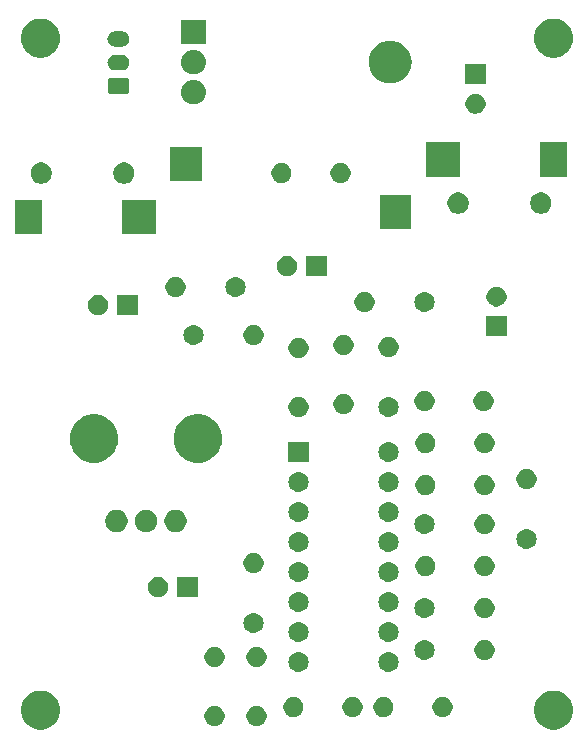
<source format=gbr>
G04 #@! TF.GenerationSoftware,KiCad,Pcbnew,(5.0.1)-rc2*
G04 #@! TF.CreationDate,2019-03-03T17:53:11-05:00*
G04 #@! TF.ProjectId,delay,64656C61792E6B696361645F70636200,rev?*
G04 #@! TF.SameCoordinates,Original*
G04 #@! TF.FileFunction,Soldermask,Top*
G04 #@! TF.FilePolarity,Negative*
%FSLAX46Y46*%
G04 Gerber Fmt 4.6, Leading zero omitted, Abs format (unit mm)*
G04 Created by KiCad (PCBNEW (5.0.1)-rc2) date 3/3/2019 5:53:11 PM*
%MOMM*%
%LPD*%
G01*
G04 APERTURE LIST*
%ADD10C,0.100000*%
G04 APERTURE END LIST*
D10*
G36*
X174619256Y-89577298D02*
X174725579Y-89598447D01*
X175026042Y-89722903D01*
X175292852Y-89901180D01*
X175296454Y-89903587D01*
X175526413Y-90133546D01*
X175707098Y-90403960D01*
X175831553Y-90704422D01*
X175893494Y-91015816D01*
X175895000Y-91023391D01*
X175895000Y-91348609D01*
X175831553Y-91667579D01*
X175797290Y-91750296D01*
X175707098Y-91968040D01*
X175526413Y-92238454D01*
X175296454Y-92468413D01*
X175296451Y-92468415D01*
X175026042Y-92649097D01*
X174725579Y-92773553D01*
X174619256Y-92794702D01*
X174406611Y-92837000D01*
X174081389Y-92837000D01*
X173868744Y-92794702D01*
X173762421Y-92773553D01*
X173461958Y-92649097D01*
X173191549Y-92468415D01*
X173191546Y-92468413D01*
X172961587Y-92238454D01*
X172780902Y-91968040D01*
X172690710Y-91750296D01*
X172656447Y-91667579D01*
X172593000Y-91348609D01*
X172593000Y-91023391D01*
X172594507Y-91015816D01*
X172656447Y-90704422D01*
X172780902Y-90403960D01*
X172961587Y-90133546D01*
X173191546Y-89903587D01*
X173195148Y-89901180D01*
X173461958Y-89722903D01*
X173762421Y-89598447D01*
X173868744Y-89577298D01*
X174081389Y-89535000D01*
X174406611Y-89535000D01*
X174619256Y-89577298D01*
X174619256Y-89577298D01*
G37*
G36*
X131185256Y-89577298D02*
X131291579Y-89598447D01*
X131592042Y-89722903D01*
X131858852Y-89901180D01*
X131862454Y-89903587D01*
X132092413Y-90133546D01*
X132273098Y-90403960D01*
X132397553Y-90704422D01*
X132459494Y-91015816D01*
X132461000Y-91023391D01*
X132461000Y-91348609D01*
X132397553Y-91667579D01*
X132363290Y-91750296D01*
X132273098Y-91968040D01*
X132092413Y-92238454D01*
X131862454Y-92468413D01*
X131862451Y-92468415D01*
X131592042Y-92649097D01*
X131291579Y-92773553D01*
X131185256Y-92794702D01*
X130972611Y-92837000D01*
X130647389Y-92837000D01*
X130434744Y-92794702D01*
X130328421Y-92773553D01*
X130027958Y-92649097D01*
X129757549Y-92468415D01*
X129757546Y-92468413D01*
X129527587Y-92238454D01*
X129346902Y-91968040D01*
X129256710Y-91750296D01*
X129222447Y-91667579D01*
X129159000Y-91348609D01*
X129159000Y-91023391D01*
X129160507Y-91015816D01*
X129222447Y-90704422D01*
X129346902Y-90403960D01*
X129527587Y-90133546D01*
X129757546Y-89903587D01*
X129761148Y-89901180D01*
X130027958Y-89722903D01*
X130328421Y-89598447D01*
X130434744Y-89577298D01*
X130647389Y-89535000D01*
X130972611Y-89535000D01*
X131185256Y-89577298D01*
X131185256Y-89577298D01*
G37*
G36*
X149346228Y-90875703D02*
X149501100Y-90939853D01*
X149640481Y-91032985D01*
X149759015Y-91151519D01*
X149852147Y-91290900D01*
X149916297Y-91445772D01*
X149949000Y-91610184D01*
X149949000Y-91777816D01*
X149916297Y-91942228D01*
X149852147Y-92097100D01*
X149759015Y-92236481D01*
X149640481Y-92355015D01*
X149501100Y-92448147D01*
X149346228Y-92512297D01*
X149181816Y-92545000D01*
X149014184Y-92545000D01*
X148849772Y-92512297D01*
X148694900Y-92448147D01*
X148555519Y-92355015D01*
X148436985Y-92236481D01*
X148343853Y-92097100D01*
X148279703Y-91942228D01*
X148247000Y-91777816D01*
X148247000Y-91610184D01*
X148279703Y-91445772D01*
X148343853Y-91290900D01*
X148436985Y-91151519D01*
X148555519Y-91032985D01*
X148694900Y-90939853D01*
X148849772Y-90875703D01*
X149014184Y-90843000D01*
X149181816Y-90843000D01*
X149346228Y-90875703D01*
X149346228Y-90875703D01*
G37*
G36*
X145790228Y-90875703D02*
X145945100Y-90939853D01*
X146084481Y-91032985D01*
X146203015Y-91151519D01*
X146296147Y-91290900D01*
X146360297Y-91445772D01*
X146393000Y-91610184D01*
X146393000Y-91777816D01*
X146360297Y-91942228D01*
X146296147Y-92097100D01*
X146203015Y-92236481D01*
X146084481Y-92355015D01*
X145945100Y-92448147D01*
X145790228Y-92512297D01*
X145625816Y-92545000D01*
X145458184Y-92545000D01*
X145293772Y-92512297D01*
X145138900Y-92448147D01*
X144999519Y-92355015D01*
X144880985Y-92236481D01*
X144787853Y-92097100D01*
X144723703Y-91942228D01*
X144691000Y-91777816D01*
X144691000Y-91610184D01*
X144723703Y-91445772D01*
X144787853Y-91290900D01*
X144880985Y-91151519D01*
X144999519Y-91032985D01*
X145138900Y-90939853D01*
X145293772Y-90875703D01*
X145458184Y-90843000D01*
X145625816Y-90843000D01*
X145790228Y-90875703D01*
X145790228Y-90875703D01*
G37*
G36*
X160094228Y-90113703D02*
X160249100Y-90177853D01*
X160388481Y-90270985D01*
X160507015Y-90389519D01*
X160600147Y-90528900D01*
X160664297Y-90683772D01*
X160697000Y-90848184D01*
X160697000Y-91015816D01*
X160664297Y-91180228D01*
X160600147Y-91335100D01*
X160507015Y-91474481D01*
X160388481Y-91593015D01*
X160249100Y-91686147D01*
X160094228Y-91750297D01*
X159929816Y-91783000D01*
X159762184Y-91783000D01*
X159597772Y-91750297D01*
X159442900Y-91686147D01*
X159303519Y-91593015D01*
X159184985Y-91474481D01*
X159091853Y-91335100D01*
X159027703Y-91180228D01*
X158995000Y-91015816D01*
X158995000Y-90848184D01*
X159027703Y-90683772D01*
X159091853Y-90528900D01*
X159184985Y-90389519D01*
X159303519Y-90270985D01*
X159442900Y-90177853D01*
X159597772Y-90113703D01*
X159762184Y-90081000D01*
X159929816Y-90081000D01*
X160094228Y-90113703D01*
X160094228Y-90113703D01*
G37*
G36*
X157474228Y-90113703D02*
X157629100Y-90177853D01*
X157768481Y-90270985D01*
X157887015Y-90389519D01*
X157980147Y-90528900D01*
X158044297Y-90683772D01*
X158077000Y-90848184D01*
X158077000Y-91015816D01*
X158044297Y-91180228D01*
X157980147Y-91335100D01*
X157887015Y-91474481D01*
X157768481Y-91593015D01*
X157629100Y-91686147D01*
X157474228Y-91750297D01*
X157309816Y-91783000D01*
X157142184Y-91783000D01*
X156977772Y-91750297D01*
X156822900Y-91686147D01*
X156683519Y-91593015D01*
X156564985Y-91474481D01*
X156471853Y-91335100D01*
X156407703Y-91180228D01*
X156375000Y-91015816D01*
X156375000Y-90848184D01*
X156407703Y-90683772D01*
X156471853Y-90528900D01*
X156564985Y-90389519D01*
X156683519Y-90270985D01*
X156822900Y-90177853D01*
X156977772Y-90113703D01*
X157142184Y-90081000D01*
X157309816Y-90081000D01*
X157474228Y-90113703D01*
X157474228Y-90113703D01*
G37*
G36*
X152474228Y-90113703D02*
X152629100Y-90177853D01*
X152768481Y-90270985D01*
X152887015Y-90389519D01*
X152980147Y-90528900D01*
X153044297Y-90683772D01*
X153077000Y-90848184D01*
X153077000Y-91015816D01*
X153044297Y-91180228D01*
X152980147Y-91335100D01*
X152887015Y-91474481D01*
X152768481Y-91593015D01*
X152629100Y-91686147D01*
X152474228Y-91750297D01*
X152309816Y-91783000D01*
X152142184Y-91783000D01*
X151977772Y-91750297D01*
X151822900Y-91686147D01*
X151683519Y-91593015D01*
X151564985Y-91474481D01*
X151471853Y-91335100D01*
X151407703Y-91180228D01*
X151375000Y-91015816D01*
X151375000Y-90848184D01*
X151407703Y-90683772D01*
X151471853Y-90528900D01*
X151564985Y-90389519D01*
X151683519Y-90270985D01*
X151822900Y-90177853D01*
X151977772Y-90113703D01*
X152142184Y-90081000D01*
X152309816Y-90081000D01*
X152474228Y-90113703D01*
X152474228Y-90113703D01*
G37*
G36*
X165094228Y-90113703D02*
X165249100Y-90177853D01*
X165388481Y-90270985D01*
X165507015Y-90389519D01*
X165600147Y-90528900D01*
X165664297Y-90683772D01*
X165697000Y-90848184D01*
X165697000Y-91015816D01*
X165664297Y-91180228D01*
X165600147Y-91335100D01*
X165507015Y-91474481D01*
X165388481Y-91593015D01*
X165249100Y-91686147D01*
X165094228Y-91750297D01*
X164929816Y-91783000D01*
X164762184Y-91783000D01*
X164597772Y-91750297D01*
X164442900Y-91686147D01*
X164303519Y-91593015D01*
X164184985Y-91474481D01*
X164091853Y-91335100D01*
X164027703Y-91180228D01*
X163995000Y-91015816D01*
X163995000Y-90848184D01*
X164027703Y-90683772D01*
X164091853Y-90528900D01*
X164184985Y-90389519D01*
X164303519Y-90270985D01*
X164442900Y-90177853D01*
X164597772Y-90113703D01*
X164762184Y-90081000D01*
X164929816Y-90081000D01*
X165094228Y-90113703D01*
X165094228Y-90113703D01*
G37*
G36*
X160440821Y-86283313D02*
X160440824Y-86283314D01*
X160440825Y-86283314D01*
X160601239Y-86331975D01*
X160601241Y-86331976D01*
X160601244Y-86331977D01*
X160749078Y-86410995D01*
X160878659Y-86517341D01*
X160985005Y-86646922D01*
X161064023Y-86794756D01*
X161064024Y-86794759D01*
X161064025Y-86794761D01*
X161112686Y-86955175D01*
X161112687Y-86955179D01*
X161129117Y-87122000D01*
X161112687Y-87288821D01*
X161112686Y-87288824D01*
X161112686Y-87288825D01*
X161064357Y-87448146D01*
X161064023Y-87449244D01*
X160985005Y-87597078D01*
X160878659Y-87726659D01*
X160749078Y-87833005D01*
X160601244Y-87912023D01*
X160601241Y-87912024D01*
X160601239Y-87912025D01*
X160440825Y-87960686D01*
X160440824Y-87960686D01*
X160440821Y-87960687D01*
X160315804Y-87973000D01*
X160232196Y-87973000D01*
X160107179Y-87960687D01*
X160107176Y-87960686D01*
X160107175Y-87960686D01*
X159946761Y-87912025D01*
X159946759Y-87912024D01*
X159946756Y-87912023D01*
X159798922Y-87833005D01*
X159669341Y-87726659D01*
X159562995Y-87597078D01*
X159483977Y-87449244D01*
X159483644Y-87448146D01*
X159435314Y-87288825D01*
X159435314Y-87288824D01*
X159435313Y-87288821D01*
X159418883Y-87122000D01*
X159435313Y-86955179D01*
X159435314Y-86955175D01*
X159483975Y-86794761D01*
X159483976Y-86794759D01*
X159483977Y-86794756D01*
X159562995Y-86646922D01*
X159669341Y-86517341D01*
X159798922Y-86410995D01*
X159946756Y-86331977D01*
X159946759Y-86331976D01*
X159946761Y-86331975D01*
X160107175Y-86283314D01*
X160107176Y-86283314D01*
X160107179Y-86283313D01*
X160232196Y-86271000D01*
X160315804Y-86271000D01*
X160440821Y-86283313D01*
X160440821Y-86283313D01*
G37*
G36*
X152820821Y-86283313D02*
X152820824Y-86283314D01*
X152820825Y-86283314D01*
X152981239Y-86331975D01*
X152981241Y-86331976D01*
X152981244Y-86331977D01*
X153129078Y-86410995D01*
X153258659Y-86517341D01*
X153365005Y-86646922D01*
X153444023Y-86794756D01*
X153444024Y-86794759D01*
X153444025Y-86794761D01*
X153492686Y-86955175D01*
X153492687Y-86955179D01*
X153509117Y-87122000D01*
X153492687Y-87288821D01*
X153492686Y-87288824D01*
X153492686Y-87288825D01*
X153444357Y-87448146D01*
X153444023Y-87449244D01*
X153365005Y-87597078D01*
X153258659Y-87726659D01*
X153129078Y-87833005D01*
X152981244Y-87912023D01*
X152981241Y-87912024D01*
X152981239Y-87912025D01*
X152820825Y-87960686D01*
X152820824Y-87960686D01*
X152820821Y-87960687D01*
X152695804Y-87973000D01*
X152612196Y-87973000D01*
X152487179Y-87960687D01*
X152487176Y-87960686D01*
X152487175Y-87960686D01*
X152326761Y-87912025D01*
X152326759Y-87912024D01*
X152326756Y-87912023D01*
X152178922Y-87833005D01*
X152049341Y-87726659D01*
X151942995Y-87597078D01*
X151863977Y-87449244D01*
X151863644Y-87448146D01*
X151815314Y-87288825D01*
X151815314Y-87288824D01*
X151815313Y-87288821D01*
X151798883Y-87122000D01*
X151815313Y-86955179D01*
X151815314Y-86955175D01*
X151863975Y-86794761D01*
X151863976Y-86794759D01*
X151863977Y-86794756D01*
X151942995Y-86646922D01*
X152049341Y-86517341D01*
X152178922Y-86410995D01*
X152326756Y-86331977D01*
X152326759Y-86331976D01*
X152326761Y-86331975D01*
X152487175Y-86283314D01*
X152487176Y-86283314D01*
X152487179Y-86283313D01*
X152612196Y-86271000D01*
X152695804Y-86271000D01*
X152820821Y-86283313D01*
X152820821Y-86283313D01*
G37*
G36*
X145790228Y-85875703D02*
X145945100Y-85939853D01*
X146084481Y-86032985D01*
X146203015Y-86151519D01*
X146296147Y-86290900D01*
X146360297Y-86445772D01*
X146393000Y-86610184D01*
X146393000Y-86777816D01*
X146360297Y-86942228D01*
X146296147Y-87097100D01*
X146203015Y-87236481D01*
X146084481Y-87355015D01*
X145945100Y-87448147D01*
X145790228Y-87512297D01*
X145625816Y-87545000D01*
X145458184Y-87545000D01*
X145293772Y-87512297D01*
X145138900Y-87448147D01*
X144999519Y-87355015D01*
X144880985Y-87236481D01*
X144787853Y-87097100D01*
X144723703Y-86942228D01*
X144691000Y-86777816D01*
X144691000Y-86610184D01*
X144723703Y-86445772D01*
X144787853Y-86290900D01*
X144880985Y-86151519D01*
X144999519Y-86032985D01*
X145138900Y-85939853D01*
X145293772Y-85875703D01*
X145458184Y-85843000D01*
X145625816Y-85843000D01*
X145790228Y-85875703D01*
X145790228Y-85875703D01*
G37*
G36*
X149346228Y-85875703D02*
X149501100Y-85939853D01*
X149640481Y-86032985D01*
X149759015Y-86151519D01*
X149852147Y-86290900D01*
X149916297Y-86445772D01*
X149949000Y-86610184D01*
X149949000Y-86777816D01*
X149916297Y-86942228D01*
X149852147Y-87097100D01*
X149759015Y-87236481D01*
X149640481Y-87355015D01*
X149501100Y-87448147D01*
X149346228Y-87512297D01*
X149181816Y-87545000D01*
X149014184Y-87545000D01*
X148849772Y-87512297D01*
X148694900Y-87448147D01*
X148555519Y-87355015D01*
X148436985Y-87236481D01*
X148343853Y-87097100D01*
X148279703Y-86942228D01*
X148247000Y-86777816D01*
X148247000Y-86610184D01*
X148279703Y-86445772D01*
X148343853Y-86290900D01*
X148436985Y-86151519D01*
X148555519Y-86032985D01*
X148694900Y-85939853D01*
X148849772Y-85875703D01*
X149014184Y-85843000D01*
X149181816Y-85843000D01*
X149346228Y-85875703D01*
X149346228Y-85875703D01*
G37*
G36*
X168650228Y-85287703D02*
X168805100Y-85351853D01*
X168944481Y-85444985D01*
X169063015Y-85563519D01*
X169156147Y-85702900D01*
X169220297Y-85857772D01*
X169253000Y-86022184D01*
X169253000Y-86189816D01*
X169220297Y-86354228D01*
X169156147Y-86509100D01*
X169063015Y-86648481D01*
X168944481Y-86767015D01*
X168805100Y-86860147D01*
X168650228Y-86924297D01*
X168485816Y-86957000D01*
X168318184Y-86957000D01*
X168153772Y-86924297D01*
X167998900Y-86860147D01*
X167859519Y-86767015D01*
X167740985Y-86648481D01*
X167647853Y-86509100D01*
X167583703Y-86354228D01*
X167551000Y-86189816D01*
X167551000Y-86022184D01*
X167583703Y-85857772D01*
X167647853Y-85702900D01*
X167740985Y-85563519D01*
X167859519Y-85444985D01*
X167998900Y-85351853D01*
X168153772Y-85287703D01*
X168318184Y-85255000D01*
X168485816Y-85255000D01*
X168650228Y-85287703D01*
X168650228Y-85287703D01*
G37*
G36*
X163488821Y-85267313D02*
X163488824Y-85267314D01*
X163488825Y-85267314D01*
X163649239Y-85315975D01*
X163649241Y-85315976D01*
X163649244Y-85315977D01*
X163797078Y-85394995D01*
X163926659Y-85501341D01*
X164033005Y-85630922D01*
X164112023Y-85778756D01*
X164112024Y-85778759D01*
X164112025Y-85778761D01*
X164141432Y-85875703D01*
X164160687Y-85939179D01*
X164177117Y-86106000D01*
X164160687Y-86272821D01*
X164160686Y-86272824D01*
X164160686Y-86272825D01*
X164118773Y-86410995D01*
X164112023Y-86433244D01*
X164033005Y-86581078D01*
X163926659Y-86710659D01*
X163797078Y-86817005D01*
X163649244Y-86896023D01*
X163649241Y-86896024D01*
X163649239Y-86896025D01*
X163488825Y-86944686D01*
X163488824Y-86944686D01*
X163488821Y-86944687D01*
X163363804Y-86957000D01*
X163280196Y-86957000D01*
X163155179Y-86944687D01*
X163155176Y-86944686D01*
X163155175Y-86944686D01*
X162994761Y-86896025D01*
X162994759Y-86896024D01*
X162994756Y-86896023D01*
X162846922Y-86817005D01*
X162717341Y-86710659D01*
X162610995Y-86581078D01*
X162531977Y-86433244D01*
X162525228Y-86410995D01*
X162483314Y-86272825D01*
X162483314Y-86272824D01*
X162483313Y-86272821D01*
X162466883Y-86106000D01*
X162483313Y-85939179D01*
X162502568Y-85875703D01*
X162531975Y-85778761D01*
X162531976Y-85778759D01*
X162531977Y-85778756D01*
X162610995Y-85630922D01*
X162717341Y-85501341D01*
X162846922Y-85394995D01*
X162994756Y-85315977D01*
X162994759Y-85315976D01*
X162994761Y-85315975D01*
X163155175Y-85267314D01*
X163155176Y-85267314D01*
X163155179Y-85267313D01*
X163280196Y-85255000D01*
X163363804Y-85255000D01*
X163488821Y-85267313D01*
X163488821Y-85267313D01*
G37*
G36*
X160440821Y-83743313D02*
X160440824Y-83743314D01*
X160440825Y-83743314D01*
X160601239Y-83791975D01*
X160601241Y-83791976D01*
X160601244Y-83791977D01*
X160749078Y-83870995D01*
X160878659Y-83977341D01*
X160985005Y-84106922D01*
X161064023Y-84254756D01*
X161112687Y-84415179D01*
X161129117Y-84582000D01*
X161112687Y-84748821D01*
X161064023Y-84909244D01*
X160985005Y-85057078D01*
X160878659Y-85186659D01*
X160749078Y-85293005D01*
X160601244Y-85372023D01*
X160601241Y-85372024D01*
X160601239Y-85372025D01*
X160440825Y-85420686D01*
X160440824Y-85420686D01*
X160440821Y-85420687D01*
X160315804Y-85433000D01*
X160232196Y-85433000D01*
X160107179Y-85420687D01*
X160107176Y-85420686D01*
X160107175Y-85420686D01*
X159946761Y-85372025D01*
X159946759Y-85372024D01*
X159946756Y-85372023D01*
X159798922Y-85293005D01*
X159669341Y-85186659D01*
X159562995Y-85057078D01*
X159483977Y-84909244D01*
X159435313Y-84748821D01*
X159418883Y-84582000D01*
X159435313Y-84415179D01*
X159483977Y-84254756D01*
X159562995Y-84106922D01*
X159669341Y-83977341D01*
X159798922Y-83870995D01*
X159946756Y-83791977D01*
X159946759Y-83791976D01*
X159946761Y-83791975D01*
X160107175Y-83743314D01*
X160107176Y-83743314D01*
X160107179Y-83743313D01*
X160232196Y-83731000D01*
X160315804Y-83731000D01*
X160440821Y-83743313D01*
X160440821Y-83743313D01*
G37*
G36*
X152820821Y-83743313D02*
X152820824Y-83743314D01*
X152820825Y-83743314D01*
X152981239Y-83791975D01*
X152981241Y-83791976D01*
X152981244Y-83791977D01*
X153129078Y-83870995D01*
X153258659Y-83977341D01*
X153365005Y-84106922D01*
X153444023Y-84254756D01*
X153492687Y-84415179D01*
X153509117Y-84582000D01*
X153492687Y-84748821D01*
X153444023Y-84909244D01*
X153365005Y-85057078D01*
X153258659Y-85186659D01*
X153129078Y-85293005D01*
X152981244Y-85372023D01*
X152981241Y-85372024D01*
X152981239Y-85372025D01*
X152820825Y-85420686D01*
X152820824Y-85420686D01*
X152820821Y-85420687D01*
X152695804Y-85433000D01*
X152612196Y-85433000D01*
X152487179Y-85420687D01*
X152487176Y-85420686D01*
X152487175Y-85420686D01*
X152326761Y-85372025D01*
X152326759Y-85372024D01*
X152326756Y-85372023D01*
X152178922Y-85293005D01*
X152049341Y-85186659D01*
X151942995Y-85057078D01*
X151863977Y-84909244D01*
X151815313Y-84748821D01*
X151798883Y-84582000D01*
X151815313Y-84415179D01*
X151863977Y-84254756D01*
X151942995Y-84106922D01*
X152049341Y-83977341D01*
X152178922Y-83870995D01*
X152326756Y-83791977D01*
X152326759Y-83791976D01*
X152326761Y-83791975D01*
X152487175Y-83743314D01*
X152487176Y-83743314D01*
X152487179Y-83743313D01*
X152612196Y-83731000D01*
X152695804Y-83731000D01*
X152820821Y-83743313D01*
X152820821Y-83743313D01*
G37*
G36*
X149010821Y-82981313D02*
X149010824Y-82981314D01*
X149010825Y-82981314D01*
X149171239Y-83029975D01*
X149171241Y-83029976D01*
X149171244Y-83029977D01*
X149319078Y-83108995D01*
X149448659Y-83215341D01*
X149555005Y-83344922D01*
X149634023Y-83492756D01*
X149682687Y-83653179D01*
X149699117Y-83820000D01*
X149682687Y-83986821D01*
X149634023Y-84147244D01*
X149555005Y-84295078D01*
X149448659Y-84424659D01*
X149319078Y-84531005D01*
X149171244Y-84610023D01*
X149171241Y-84610024D01*
X149171239Y-84610025D01*
X149010825Y-84658686D01*
X149010824Y-84658686D01*
X149010821Y-84658687D01*
X148885804Y-84671000D01*
X148802196Y-84671000D01*
X148677179Y-84658687D01*
X148677176Y-84658686D01*
X148677175Y-84658686D01*
X148516761Y-84610025D01*
X148516759Y-84610024D01*
X148516756Y-84610023D01*
X148368922Y-84531005D01*
X148239341Y-84424659D01*
X148132995Y-84295078D01*
X148053977Y-84147244D01*
X148005313Y-83986821D01*
X147988883Y-83820000D01*
X148005313Y-83653179D01*
X148053977Y-83492756D01*
X148132995Y-83344922D01*
X148239341Y-83215341D01*
X148368922Y-83108995D01*
X148516756Y-83029977D01*
X148516759Y-83029976D01*
X148516761Y-83029975D01*
X148677175Y-82981314D01*
X148677176Y-82981314D01*
X148677179Y-82981313D01*
X148802196Y-82969000D01*
X148885804Y-82969000D01*
X149010821Y-82981313D01*
X149010821Y-82981313D01*
G37*
G36*
X168650228Y-81731703D02*
X168805100Y-81795853D01*
X168944481Y-81888985D01*
X169063015Y-82007519D01*
X169156147Y-82146900D01*
X169220297Y-82301772D01*
X169253000Y-82466184D01*
X169253000Y-82633816D01*
X169220297Y-82798228D01*
X169156147Y-82953100D01*
X169063015Y-83092481D01*
X168944481Y-83211015D01*
X168805100Y-83304147D01*
X168650228Y-83368297D01*
X168485816Y-83401000D01*
X168318184Y-83401000D01*
X168153772Y-83368297D01*
X167998900Y-83304147D01*
X167859519Y-83211015D01*
X167740985Y-83092481D01*
X167647853Y-82953100D01*
X167583703Y-82798228D01*
X167551000Y-82633816D01*
X167551000Y-82466184D01*
X167583703Y-82301772D01*
X167647853Y-82146900D01*
X167740985Y-82007519D01*
X167859519Y-81888985D01*
X167998900Y-81795853D01*
X168153772Y-81731703D01*
X168318184Y-81699000D01*
X168485816Y-81699000D01*
X168650228Y-81731703D01*
X168650228Y-81731703D01*
G37*
G36*
X163488821Y-81711313D02*
X163488824Y-81711314D01*
X163488825Y-81711314D01*
X163649239Y-81759975D01*
X163649241Y-81759976D01*
X163649244Y-81759977D01*
X163797078Y-81838995D01*
X163926659Y-81945341D01*
X164033005Y-82074922D01*
X164112023Y-82222756D01*
X164112024Y-82222759D01*
X164112025Y-82222761D01*
X164156460Y-82369244D01*
X164160687Y-82383179D01*
X164177117Y-82550000D01*
X164160687Y-82716821D01*
X164160686Y-82716824D01*
X164160686Y-82716825D01*
X164125741Y-82832025D01*
X164112023Y-82877244D01*
X164033005Y-83025078D01*
X163926659Y-83154659D01*
X163797078Y-83261005D01*
X163649244Y-83340023D01*
X163649241Y-83340024D01*
X163649239Y-83340025D01*
X163488825Y-83388686D01*
X163488824Y-83388686D01*
X163488821Y-83388687D01*
X163363804Y-83401000D01*
X163280196Y-83401000D01*
X163155179Y-83388687D01*
X163155176Y-83388686D01*
X163155175Y-83388686D01*
X162994761Y-83340025D01*
X162994759Y-83340024D01*
X162994756Y-83340023D01*
X162846922Y-83261005D01*
X162717341Y-83154659D01*
X162610995Y-83025078D01*
X162531977Y-82877244D01*
X162518260Y-82832025D01*
X162483314Y-82716825D01*
X162483314Y-82716824D01*
X162483313Y-82716821D01*
X162466883Y-82550000D01*
X162483313Y-82383179D01*
X162487540Y-82369244D01*
X162531975Y-82222761D01*
X162531976Y-82222759D01*
X162531977Y-82222756D01*
X162610995Y-82074922D01*
X162717341Y-81945341D01*
X162846922Y-81838995D01*
X162994756Y-81759977D01*
X162994759Y-81759976D01*
X162994761Y-81759975D01*
X163155175Y-81711314D01*
X163155176Y-81711314D01*
X163155179Y-81711313D01*
X163280196Y-81699000D01*
X163363804Y-81699000D01*
X163488821Y-81711313D01*
X163488821Y-81711313D01*
G37*
G36*
X160440821Y-81203313D02*
X160440824Y-81203314D01*
X160440825Y-81203314D01*
X160601239Y-81251975D01*
X160601241Y-81251976D01*
X160601244Y-81251977D01*
X160749078Y-81330995D01*
X160878659Y-81437341D01*
X160985005Y-81566922D01*
X161064023Y-81714756D01*
X161064024Y-81714759D01*
X161064025Y-81714761D01*
X161077741Y-81759977D01*
X161112687Y-81875179D01*
X161129117Y-82042000D01*
X161112687Y-82208821D01*
X161112686Y-82208824D01*
X161112686Y-82208825D01*
X161084491Y-82301772D01*
X161064023Y-82369244D01*
X160985005Y-82517078D01*
X160878659Y-82646659D01*
X160749078Y-82753005D01*
X160601244Y-82832023D01*
X160601241Y-82832024D01*
X160601239Y-82832025D01*
X160440825Y-82880686D01*
X160440824Y-82880686D01*
X160440821Y-82880687D01*
X160315804Y-82893000D01*
X160232196Y-82893000D01*
X160107179Y-82880687D01*
X160107176Y-82880686D01*
X160107175Y-82880686D01*
X159946761Y-82832025D01*
X159946759Y-82832024D01*
X159946756Y-82832023D01*
X159798922Y-82753005D01*
X159669341Y-82646659D01*
X159562995Y-82517078D01*
X159483977Y-82369244D01*
X159463510Y-82301772D01*
X159435314Y-82208825D01*
X159435314Y-82208824D01*
X159435313Y-82208821D01*
X159418883Y-82042000D01*
X159435313Y-81875179D01*
X159470259Y-81759977D01*
X159483975Y-81714761D01*
X159483976Y-81714759D01*
X159483977Y-81714756D01*
X159562995Y-81566922D01*
X159669341Y-81437341D01*
X159798922Y-81330995D01*
X159946756Y-81251977D01*
X159946759Y-81251976D01*
X159946761Y-81251975D01*
X160107175Y-81203314D01*
X160107176Y-81203314D01*
X160107179Y-81203313D01*
X160232196Y-81191000D01*
X160315804Y-81191000D01*
X160440821Y-81203313D01*
X160440821Y-81203313D01*
G37*
G36*
X152820821Y-81203313D02*
X152820824Y-81203314D01*
X152820825Y-81203314D01*
X152981239Y-81251975D01*
X152981241Y-81251976D01*
X152981244Y-81251977D01*
X153129078Y-81330995D01*
X153258659Y-81437341D01*
X153365005Y-81566922D01*
X153444023Y-81714756D01*
X153444024Y-81714759D01*
X153444025Y-81714761D01*
X153457741Y-81759977D01*
X153492687Y-81875179D01*
X153509117Y-82042000D01*
X153492687Y-82208821D01*
X153492686Y-82208824D01*
X153492686Y-82208825D01*
X153464491Y-82301772D01*
X153444023Y-82369244D01*
X153365005Y-82517078D01*
X153258659Y-82646659D01*
X153129078Y-82753005D01*
X152981244Y-82832023D01*
X152981241Y-82832024D01*
X152981239Y-82832025D01*
X152820825Y-82880686D01*
X152820824Y-82880686D01*
X152820821Y-82880687D01*
X152695804Y-82893000D01*
X152612196Y-82893000D01*
X152487179Y-82880687D01*
X152487176Y-82880686D01*
X152487175Y-82880686D01*
X152326761Y-82832025D01*
X152326759Y-82832024D01*
X152326756Y-82832023D01*
X152178922Y-82753005D01*
X152049341Y-82646659D01*
X151942995Y-82517078D01*
X151863977Y-82369244D01*
X151843510Y-82301772D01*
X151815314Y-82208825D01*
X151815314Y-82208824D01*
X151815313Y-82208821D01*
X151798883Y-82042000D01*
X151815313Y-81875179D01*
X151850259Y-81759977D01*
X151863975Y-81714761D01*
X151863976Y-81714759D01*
X151863977Y-81714756D01*
X151942995Y-81566922D01*
X152049341Y-81437341D01*
X152178922Y-81330995D01*
X152326756Y-81251977D01*
X152326759Y-81251976D01*
X152326761Y-81251975D01*
X152487175Y-81203314D01*
X152487176Y-81203314D01*
X152487179Y-81203313D01*
X152612196Y-81191000D01*
X152695804Y-81191000D01*
X152820821Y-81203313D01*
X152820821Y-81203313D01*
G37*
G36*
X144107000Y-81623000D02*
X142405000Y-81623000D01*
X142405000Y-79921000D01*
X144107000Y-79921000D01*
X144107000Y-81623000D01*
X144107000Y-81623000D01*
G37*
G36*
X141004228Y-79953703D02*
X141159100Y-80017853D01*
X141298481Y-80110985D01*
X141417015Y-80229519D01*
X141510147Y-80368900D01*
X141574297Y-80523772D01*
X141607000Y-80688184D01*
X141607000Y-80855816D01*
X141574297Y-81020228D01*
X141510147Y-81175100D01*
X141417015Y-81314481D01*
X141298481Y-81433015D01*
X141159100Y-81526147D01*
X141004228Y-81590297D01*
X140839816Y-81623000D01*
X140672184Y-81623000D01*
X140507772Y-81590297D01*
X140352900Y-81526147D01*
X140213519Y-81433015D01*
X140094985Y-81314481D01*
X140001853Y-81175100D01*
X139937703Y-81020228D01*
X139905000Y-80855816D01*
X139905000Y-80688184D01*
X139937703Y-80523772D01*
X140001853Y-80368900D01*
X140094985Y-80229519D01*
X140213519Y-80110985D01*
X140352900Y-80017853D01*
X140507772Y-79953703D01*
X140672184Y-79921000D01*
X140839816Y-79921000D01*
X141004228Y-79953703D01*
X141004228Y-79953703D01*
G37*
G36*
X152820821Y-78663313D02*
X152820824Y-78663314D01*
X152820825Y-78663314D01*
X152981239Y-78711975D01*
X152981241Y-78711976D01*
X152981244Y-78711977D01*
X153129078Y-78790995D01*
X153258659Y-78897341D01*
X153365005Y-79026922D01*
X153444023Y-79174756D01*
X153444024Y-79174759D01*
X153444025Y-79174761D01*
X153476701Y-79282481D01*
X153492687Y-79335179D01*
X153509117Y-79502000D01*
X153492687Y-79668821D01*
X153492686Y-79668824D01*
X153492686Y-79668825D01*
X153449165Y-79812296D01*
X153444023Y-79829244D01*
X153365005Y-79977078D01*
X153258659Y-80106659D01*
X153129078Y-80213005D01*
X152981244Y-80292023D01*
X152981241Y-80292024D01*
X152981239Y-80292025D01*
X152820825Y-80340686D01*
X152820824Y-80340686D01*
X152820821Y-80340687D01*
X152695804Y-80353000D01*
X152612196Y-80353000D01*
X152487179Y-80340687D01*
X152487176Y-80340686D01*
X152487175Y-80340686D01*
X152326761Y-80292025D01*
X152326759Y-80292024D01*
X152326756Y-80292023D01*
X152178922Y-80213005D01*
X152049341Y-80106659D01*
X151942995Y-79977078D01*
X151863977Y-79829244D01*
X151858836Y-79812296D01*
X151815314Y-79668825D01*
X151815314Y-79668824D01*
X151815313Y-79668821D01*
X151798883Y-79502000D01*
X151815313Y-79335179D01*
X151831299Y-79282481D01*
X151863975Y-79174761D01*
X151863976Y-79174759D01*
X151863977Y-79174756D01*
X151942995Y-79026922D01*
X152049341Y-78897341D01*
X152178922Y-78790995D01*
X152326756Y-78711977D01*
X152326759Y-78711976D01*
X152326761Y-78711975D01*
X152487175Y-78663314D01*
X152487176Y-78663314D01*
X152487179Y-78663313D01*
X152612196Y-78651000D01*
X152695804Y-78651000D01*
X152820821Y-78663313D01*
X152820821Y-78663313D01*
G37*
G36*
X160440821Y-78663313D02*
X160440824Y-78663314D01*
X160440825Y-78663314D01*
X160601239Y-78711975D01*
X160601241Y-78711976D01*
X160601244Y-78711977D01*
X160749078Y-78790995D01*
X160878659Y-78897341D01*
X160985005Y-79026922D01*
X161064023Y-79174756D01*
X161064024Y-79174759D01*
X161064025Y-79174761D01*
X161096701Y-79282481D01*
X161112687Y-79335179D01*
X161129117Y-79502000D01*
X161112687Y-79668821D01*
X161112686Y-79668824D01*
X161112686Y-79668825D01*
X161069165Y-79812296D01*
X161064023Y-79829244D01*
X160985005Y-79977078D01*
X160878659Y-80106659D01*
X160749078Y-80213005D01*
X160601244Y-80292023D01*
X160601241Y-80292024D01*
X160601239Y-80292025D01*
X160440825Y-80340686D01*
X160440824Y-80340686D01*
X160440821Y-80340687D01*
X160315804Y-80353000D01*
X160232196Y-80353000D01*
X160107179Y-80340687D01*
X160107176Y-80340686D01*
X160107175Y-80340686D01*
X159946761Y-80292025D01*
X159946759Y-80292024D01*
X159946756Y-80292023D01*
X159798922Y-80213005D01*
X159669341Y-80106659D01*
X159562995Y-79977078D01*
X159483977Y-79829244D01*
X159478836Y-79812296D01*
X159435314Y-79668825D01*
X159435314Y-79668824D01*
X159435313Y-79668821D01*
X159418883Y-79502000D01*
X159435313Y-79335179D01*
X159451299Y-79282481D01*
X159483975Y-79174761D01*
X159483976Y-79174759D01*
X159483977Y-79174756D01*
X159562995Y-79026922D01*
X159669341Y-78897341D01*
X159798922Y-78790995D01*
X159946756Y-78711977D01*
X159946759Y-78711976D01*
X159946761Y-78711975D01*
X160107175Y-78663314D01*
X160107176Y-78663314D01*
X160107179Y-78663313D01*
X160232196Y-78651000D01*
X160315804Y-78651000D01*
X160440821Y-78663313D01*
X160440821Y-78663313D01*
G37*
G36*
X163650228Y-78175703D02*
X163805100Y-78239853D01*
X163944481Y-78332985D01*
X164063015Y-78451519D01*
X164156147Y-78590900D01*
X164220297Y-78745772D01*
X164253000Y-78910184D01*
X164253000Y-79077816D01*
X164220297Y-79242228D01*
X164156147Y-79397100D01*
X164063015Y-79536481D01*
X163944481Y-79655015D01*
X163805100Y-79748147D01*
X163650228Y-79812297D01*
X163485816Y-79845000D01*
X163318184Y-79845000D01*
X163153772Y-79812297D01*
X162998900Y-79748147D01*
X162859519Y-79655015D01*
X162740985Y-79536481D01*
X162647853Y-79397100D01*
X162583703Y-79242228D01*
X162551000Y-79077816D01*
X162551000Y-78910184D01*
X162583703Y-78745772D01*
X162647853Y-78590900D01*
X162740985Y-78451519D01*
X162859519Y-78332985D01*
X162998900Y-78239853D01*
X163153772Y-78175703D01*
X163318184Y-78143000D01*
X163485816Y-78143000D01*
X163650228Y-78175703D01*
X163650228Y-78175703D01*
G37*
G36*
X168650228Y-78175703D02*
X168805100Y-78239853D01*
X168944481Y-78332985D01*
X169063015Y-78451519D01*
X169156147Y-78590900D01*
X169220297Y-78745772D01*
X169253000Y-78910184D01*
X169253000Y-79077816D01*
X169220297Y-79242228D01*
X169156147Y-79397100D01*
X169063015Y-79536481D01*
X168944481Y-79655015D01*
X168805100Y-79748147D01*
X168650228Y-79812297D01*
X168485816Y-79845000D01*
X168318184Y-79845000D01*
X168153772Y-79812297D01*
X167998900Y-79748147D01*
X167859519Y-79655015D01*
X167740985Y-79536481D01*
X167647853Y-79397100D01*
X167583703Y-79242228D01*
X167551000Y-79077816D01*
X167551000Y-78910184D01*
X167583703Y-78745772D01*
X167647853Y-78590900D01*
X167740985Y-78451519D01*
X167859519Y-78332985D01*
X167998900Y-78239853D01*
X168153772Y-78175703D01*
X168318184Y-78143000D01*
X168485816Y-78143000D01*
X168650228Y-78175703D01*
X168650228Y-78175703D01*
G37*
G36*
X149092228Y-77921703D02*
X149247100Y-77985853D01*
X149386481Y-78078985D01*
X149505015Y-78197519D01*
X149598147Y-78336900D01*
X149662297Y-78491772D01*
X149695000Y-78656184D01*
X149695000Y-78823816D01*
X149662297Y-78988228D01*
X149598147Y-79143100D01*
X149505015Y-79282481D01*
X149386481Y-79401015D01*
X149247100Y-79494147D01*
X149092228Y-79558297D01*
X148927816Y-79591000D01*
X148760184Y-79591000D01*
X148595772Y-79558297D01*
X148440900Y-79494147D01*
X148301519Y-79401015D01*
X148182985Y-79282481D01*
X148089853Y-79143100D01*
X148025703Y-78988228D01*
X147993000Y-78823816D01*
X147993000Y-78656184D01*
X148025703Y-78491772D01*
X148089853Y-78336900D01*
X148182985Y-78197519D01*
X148301519Y-78078985D01*
X148440900Y-77985853D01*
X148595772Y-77921703D01*
X148760184Y-77889000D01*
X148927816Y-77889000D01*
X149092228Y-77921703D01*
X149092228Y-77921703D01*
G37*
G36*
X152820821Y-76123313D02*
X152820824Y-76123314D01*
X152820825Y-76123314D01*
X152981239Y-76171975D01*
X152981241Y-76171976D01*
X152981244Y-76171977D01*
X153129078Y-76250995D01*
X153258659Y-76357341D01*
X153365005Y-76486922D01*
X153444023Y-76634756D01*
X153444024Y-76634759D01*
X153444025Y-76634761D01*
X153492686Y-76795175D01*
X153492687Y-76795179D01*
X153509117Y-76962000D01*
X153492687Y-77128821D01*
X153492686Y-77128824D01*
X153492686Y-77128825D01*
X153476229Y-77183078D01*
X153444023Y-77289244D01*
X153365005Y-77437078D01*
X153258659Y-77566659D01*
X153129078Y-77673005D01*
X152981244Y-77752023D01*
X152981241Y-77752024D01*
X152981239Y-77752025D01*
X152820825Y-77800686D01*
X152820824Y-77800686D01*
X152820821Y-77800687D01*
X152695804Y-77813000D01*
X152612196Y-77813000D01*
X152487179Y-77800687D01*
X152487176Y-77800686D01*
X152487175Y-77800686D01*
X152326761Y-77752025D01*
X152326759Y-77752024D01*
X152326756Y-77752023D01*
X152178922Y-77673005D01*
X152049341Y-77566659D01*
X151942995Y-77437078D01*
X151863977Y-77289244D01*
X151831772Y-77183078D01*
X151815314Y-77128825D01*
X151815314Y-77128824D01*
X151815313Y-77128821D01*
X151798883Y-76962000D01*
X151815313Y-76795179D01*
X151815314Y-76795175D01*
X151863975Y-76634761D01*
X151863976Y-76634759D01*
X151863977Y-76634756D01*
X151942995Y-76486922D01*
X152049341Y-76357341D01*
X152178922Y-76250995D01*
X152326756Y-76171977D01*
X152326759Y-76171976D01*
X152326761Y-76171975D01*
X152487175Y-76123314D01*
X152487176Y-76123314D01*
X152487179Y-76123313D01*
X152612196Y-76111000D01*
X152695804Y-76111000D01*
X152820821Y-76123313D01*
X152820821Y-76123313D01*
G37*
G36*
X160440821Y-76123313D02*
X160440824Y-76123314D01*
X160440825Y-76123314D01*
X160601239Y-76171975D01*
X160601241Y-76171976D01*
X160601244Y-76171977D01*
X160749078Y-76250995D01*
X160878659Y-76357341D01*
X160985005Y-76486922D01*
X161064023Y-76634756D01*
X161064024Y-76634759D01*
X161064025Y-76634761D01*
X161112686Y-76795175D01*
X161112687Y-76795179D01*
X161129117Y-76962000D01*
X161112687Y-77128821D01*
X161112686Y-77128824D01*
X161112686Y-77128825D01*
X161096229Y-77183078D01*
X161064023Y-77289244D01*
X160985005Y-77437078D01*
X160878659Y-77566659D01*
X160749078Y-77673005D01*
X160601244Y-77752023D01*
X160601241Y-77752024D01*
X160601239Y-77752025D01*
X160440825Y-77800686D01*
X160440824Y-77800686D01*
X160440821Y-77800687D01*
X160315804Y-77813000D01*
X160232196Y-77813000D01*
X160107179Y-77800687D01*
X160107176Y-77800686D01*
X160107175Y-77800686D01*
X159946761Y-77752025D01*
X159946759Y-77752024D01*
X159946756Y-77752023D01*
X159798922Y-77673005D01*
X159669341Y-77566659D01*
X159562995Y-77437078D01*
X159483977Y-77289244D01*
X159451772Y-77183078D01*
X159435314Y-77128825D01*
X159435314Y-77128824D01*
X159435313Y-77128821D01*
X159418883Y-76962000D01*
X159435313Y-76795179D01*
X159435314Y-76795175D01*
X159483975Y-76634761D01*
X159483976Y-76634759D01*
X159483977Y-76634756D01*
X159562995Y-76486922D01*
X159669341Y-76357341D01*
X159798922Y-76250995D01*
X159946756Y-76171977D01*
X159946759Y-76171976D01*
X159946761Y-76171975D01*
X160107175Y-76123314D01*
X160107176Y-76123314D01*
X160107179Y-76123313D01*
X160232196Y-76111000D01*
X160315804Y-76111000D01*
X160440821Y-76123313D01*
X160440821Y-76123313D01*
G37*
G36*
X172124821Y-75869313D02*
X172124824Y-75869314D01*
X172124825Y-75869314D01*
X172285239Y-75917975D01*
X172285241Y-75917976D01*
X172285244Y-75917977D01*
X172433078Y-75996995D01*
X172562659Y-76103341D01*
X172669005Y-76232922D01*
X172748023Y-76380756D01*
X172748024Y-76380759D01*
X172748025Y-76380761D01*
X172796686Y-76541175D01*
X172796687Y-76541179D01*
X172813117Y-76708000D01*
X172796687Y-76874821D01*
X172796686Y-76874824D01*
X172796686Y-76874825D01*
X172770242Y-76962000D01*
X172748023Y-77035244D01*
X172669005Y-77183078D01*
X172562659Y-77312659D01*
X172433078Y-77419005D01*
X172285244Y-77498023D01*
X172285241Y-77498024D01*
X172285239Y-77498025D01*
X172124825Y-77546686D01*
X172124824Y-77546686D01*
X172124821Y-77546687D01*
X171999804Y-77559000D01*
X171916196Y-77559000D01*
X171791179Y-77546687D01*
X171791176Y-77546686D01*
X171791175Y-77546686D01*
X171630761Y-77498025D01*
X171630759Y-77498024D01*
X171630756Y-77498023D01*
X171482922Y-77419005D01*
X171353341Y-77312659D01*
X171246995Y-77183078D01*
X171167977Y-77035244D01*
X171145759Y-76962000D01*
X171119314Y-76874825D01*
X171119314Y-76874824D01*
X171119313Y-76874821D01*
X171102883Y-76708000D01*
X171119313Y-76541179D01*
X171119314Y-76541175D01*
X171167975Y-76380761D01*
X171167976Y-76380759D01*
X171167977Y-76380756D01*
X171246995Y-76232922D01*
X171353341Y-76103341D01*
X171482922Y-75996995D01*
X171630756Y-75917977D01*
X171630759Y-75917976D01*
X171630761Y-75917975D01*
X171791175Y-75869314D01*
X171791176Y-75869314D01*
X171791179Y-75869313D01*
X171916196Y-75857000D01*
X171999804Y-75857000D01*
X172124821Y-75869313D01*
X172124821Y-75869313D01*
G37*
G36*
X168650228Y-74619703D02*
X168805100Y-74683853D01*
X168944481Y-74776985D01*
X169063015Y-74895519D01*
X169156147Y-75034900D01*
X169220297Y-75189772D01*
X169253000Y-75354184D01*
X169253000Y-75521816D01*
X169220297Y-75686228D01*
X169156147Y-75841100D01*
X169063015Y-75980481D01*
X168944481Y-76099015D01*
X168805100Y-76192147D01*
X168650228Y-76256297D01*
X168485816Y-76289000D01*
X168318184Y-76289000D01*
X168153772Y-76256297D01*
X167998900Y-76192147D01*
X167859519Y-76099015D01*
X167740985Y-75980481D01*
X167647853Y-75841100D01*
X167583703Y-75686228D01*
X167551000Y-75521816D01*
X167551000Y-75354184D01*
X167583703Y-75189772D01*
X167647853Y-75034900D01*
X167740985Y-74895519D01*
X167859519Y-74776985D01*
X167998900Y-74683853D01*
X168153772Y-74619703D01*
X168318184Y-74587000D01*
X168485816Y-74587000D01*
X168650228Y-74619703D01*
X168650228Y-74619703D01*
G37*
G36*
X163488821Y-74599313D02*
X163488824Y-74599314D01*
X163488825Y-74599314D01*
X163649239Y-74647975D01*
X163649241Y-74647976D01*
X163649244Y-74647977D01*
X163797078Y-74726995D01*
X163926659Y-74833341D01*
X164033005Y-74962922D01*
X164112023Y-75110756D01*
X164112024Y-75110759D01*
X164112025Y-75110761D01*
X164160686Y-75271175D01*
X164160687Y-75271179D01*
X164177117Y-75438000D01*
X164160687Y-75604821D01*
X164160686Y-75604824D01*
X164160686Y-75604825D01*
X164135993Y-75686228D01*
X164112023Y-75765244D01*
X164033005Y-75913078D01*
X163926659Y-76042659D01*
X163797078Y-76149005D01*
X163649244Y-76228023D01*
X163649241Y-76228024D01*
X163649239Y-76228025D01*
X163488825Y-76276686D01*
X163488824Y-76276686D01*
X163488821Y-76276687D01*
X163363804Y-76289000D01*
X163280196Y-76289000D01*
X163155179Y-76276687D01*
X163155176Y-76276686D01*
X163155175Y-76276686D01*
X162994761Y-76228025D01*
X162994759Y-76228024D01*
X162994756Y-76228023D01*
X162846922Y-76149005D01*
X162717341Y-76042659D01*
X162610995Y-75913078D01*
X162531977Y-75765244D01*
X162508008Y-75686228D01*
X162483314Y-75604825D01*
X162483314Y-75604824D01*
X162483313Y-75604821D01*
X162466883Y-75438000D01*
X162483313Y-75271179D01*
X162483314Y-75271175D01*
X162531975Y-75110761D01*
X162531976Y-75110759D01*
X162531977Y-75110756D01*
X162610995Y-74962922D01*
X162717341Y-74833341D01*
X162846922Y-74726995D01*
X162994756Y-74647977D01*
X162994759Y-74647976D01*
X162994761Y-74647975D01*
X163155175Y-74599314D01*
X163155176Y-74599314D01*
X163155179Y-74599313D01*
X163280196Y-74587000D01*
X163363804Y-74587000D01*
X163488821Y-74599313D01*
X163488821Y-74599313D01*
G37*
G36*
X137517396Y-74269546D02*
X137690466Y-74341234D01*
X137846230Y-74445312D01*
X137978688Y-74577770D01*
X138082766Y-74733534D01*
X138154454Y-74906604D01*
X138191000Y-75090333D01*
X138191000Y-75277667D01*
X138154454Y-75461396D01*
X138082766Y-75634466D01*
X137978688Y-75790230D01*
X137846230Y-75922688D01*
X137690466Y-76026766D01*
X137517396Y-76098454D01*
X137333667Y-76135000D01*
X137146333Y-76135000D01*
X136962604Y-76098454D01*
X136789534Y-76026766D01*
X136633770Y-75922688D01*
X136501312Y-75790230D01*
X136397234Y-75634466D01*
X136325546Y-75461396D01*
X136289000Y-75277667D01*
X136289000Y-75090333D01*
X136325546Y-74906604D01*
X136397234Y-74733534D01*
X136501312Y-74577770D01*
X136633770Y-74445312D01*
X136789534Y-74341234D01*
X136962604Y-74269546D01*
X137146333Y-74233000D01*
X137333667Y-74233000D01*
X137517396Y-74269546D01*
X137517396Y-74269546D01*
G37*
G36*
X142517396Y-74269546D02*
X142690466Y-74341234D01*
X142846230Y-74445312D01*
X142978688Y-74577770D01*
X143082766Y-74733534D01*
X143154454Y-74906604D01*
X143191000Y-75090333D01*
X143191000Y-75277667D01*
X143154454Y-75461396D01*
X143082766Y-75634466D01*
X142978688Y-75790230D01*
X142846230Y-75922688D01*
X142690466Y-76026766D01*
X142517396Y-76098454D01*
X142333667Y-76135000D01*
X142146333Y-76135000D01*
X141962604Y-76098454D01*
X141789534Y-76026766D01*
X141633770Y-75922688D01*
X141501312Y-75790230D01*
X141397234Y-75634466D01*
X141325546Y-75461396D01*
X141289000Y-75277667D01*
X141289000Y-75090333D01*
X141325546Y-74906604D01*
X141397234Y-74733534D01*
X141501312Y-74577770D01*
X141633770Y-74445312D01*
X141789534Y-74341234D01*
X141962604Y-74269546D01*
X142146333Y-74233000D01*
X142333667Y-74233000D01*
X142517396Y-74269546D01*
X142517396Y-74269546D01*
G37*
G36*
X140017396Y-74269546D02*
X140190466Y-74341234D01*
X140346230Y-74445312D01*
X140478688Y-74577770D01*
X140582766Y-74733534D01*
X140654454Y-74906604D01*
X140691000Y-75090333D01*
X140691000Y-75277667D01*
X140654454Y-75461396D01*
X140582766Y-75634466D01*
X140478688Y-75790230D01*
X140346230Y-75922688D01*
X140190466Y-76026766D01*
X140017396Y-76098454D01*
X139833667Y-76135000D01*
X139646333Y-76135000D01*
X139462604Y-76098454D01*
X139289534Y-76026766D01*
X139133770Y-75922688D01*
X139001312Y-75790230D01*
X138897234Y-75634466D01*
X138825546Y-75461396D01*
X138789000Y-75277667D01*
X138789000Y-75090333D01*
X138825546Y-74906604D01*
X138897234Y-74733534D01*
X139001312Y-74577770D01*
X139133770Y-74445312D01*
X139289534Y-74341234D01*
X139462604Y-74269546D01*
X139646333Y-74233000D01*
X139833667Y-74233000D01*
X140017396Y-74269546D01*
X140017396Y-74269546D01*
G37*
G36*
X160440821Y-73583313D02*
X160440824Y-73583314D01*
X160440825Y-73583314D01*
X160601239Y-73631975D01*
X160601241Y-73631976D01*
X160601244Y-73631977D01*
X160749078Y-73710995D01*
X160878659Y-73817341D01*
X160985005Y-73946922D01*
X161064023Y-74094756D01*
X161112687Y-74255179D01*
X161129117Y-74422000D01*
X161112687Y-74588821D01*
X161112686Y-74588824D01*
X161112686Y-74588825D01*
X161070773Y-74726995D01*
X161064023Y-74749244D01*
X160985005Y-74897078D01*
X160878659Y-75026659D01*
X160749078Y-75133005D01*
X160601244Y-75212023D01*
X160601241Y-75212024D01*
X160601239Y-75212025D01*
X160440825Y-75260686D01*
X160440824Y-75260686D01*
X160440821Y-75260687D01*
X160315804Y-75273000D01*
X160232196Y-75273000D01*
X160107179Y-75260687D01*
X160107176Y-75260686D01*
X160107175Y-75260686D01*
X159946761Y-75212025D01*
X159946759Y-75212024D01*
X159946756Y-75212023D01*
X159798922Y-75133005D01*
X159669341Y-75026659D01*
X159562995Y-74897078D01*
X159483977Y-74749244D01*
X159477228Y-74726995D01*
X159435314Y-74588825D01*
X159435314Y-74588824D01*
X159435313Y-74588821D01*
X159418883Y-74422000D01*
X159435313Y-74255179D01*
X159483977Y-74094756D01*
X159562995Y-73946922D01*
X159669341Y-73817341D01*
X159798922Y-73710995D01*
X159946756Y-73631977D01*
X159946759Y-73631976D01*
X159946761Y-73631975D01*
X160107175Y-73583314D01*
X160107176Y-73583314D01*
X160107179Y-73583313D01*
X160232196Y-73571000D01*
X160315804Y-73571000D01*
X160440821Y-73583313D01*
X160440821Y-73583313D01*
G37*
G36*
X152820821Y-73583313D02*
X152820824Y-73583314D01*
X152820825Y-73583314D01*
X152981239Y-73631975D01*
X152981241Y-73631976D01*
X152981244Y-73631977D01*
X153129078Y-73710995D01*
X153258659Y-73817341D01*
X153365005Y-73946922D01*
X153444023Y-74094756D01*
X153492687Y-74255179D01*
X153509117Y-74422000D01*
X153492687Y-74588821D01*
X153492686Y-74588824D01*
X153492686Y-74588825D01*
X153450773Y-74726995D01*
X153444023Y-74749244D01*
X153365005Y-74897078D01*
X153258659Y-75026659D01*
X153129078Y-75133005D01*
X152981244Y-75212023D01*
X152981241Y-75212024D01*
X152981239Y-75212025D01*
X152820825Y-75260686D01*
X152820824Y-75260686D01*
X152820821Y-75260687D01*
X152695804Y-75273000D01*
X152612196Y-75273000D01*
X152487179Y-75260687D01*
X152487176Y-75260686D01*
X152487175Y-75260686D01*
X152326761Y-75212025D01*
X152326759Y-75212024D01*
X152326756Y-75212023D01*
X152178922Y-75133005D01*
X152049341Y-75026659D01*
X151942995Y-74897078D01*
X151863977Y-74749244D01*
X151857228Y-74726995D01*
X151815314Y-74588825D01*
X151815314Y-74588824D01*
X151815313Y-74588821D01*
X151798883Y-74422000D01*
X151815313Y-74255179D01*
X151863977Y-74094756D01*
X151942995Y-73946922D01*
X152049341Y-73817341D01*
X152178922Y-73710995D01*
X152326756Y-73631977D01*
X152326759Y-73631976D01*
X152326761Y-73631975D01*
X152487175Y-73583314D01*
X152487176Y-73583314D01*
X152487179Y-73583313D01*
X152612196Y-73571000D01*
X152695804Y-73571000D01*
X152820821Y-73583313D01*
X152820821Y-73583313D01*
G37*
G36*
X163650228Y-71317703D02*
X163805100Y-71381853D01*
X163944481Y-71474985D01*
X164063015Y-71593519D01*
X164156147Y-71732900D01*
X164220297Y-71887772D01*
X164253000Y-72052184D01*
X164253000Y-72219816D01*
X164220297Y-72384228D01*
X164156147Y-72539100D01*
X164063015Y-72678481D01*
X163944481Y-72797015D01*
X163805100Y-72890147D01*
X163650228Y-72954297D01*
X163485816Y-72987000D01*
X163318184Y-72987000D01*
X163153772Y-72954297D01*
X162998900Y-72890147D01*
X162859519Y-72797015D01*
X162740985Y-72678481D01*
X162647853Y-72539100D01*
X162583703Y-72384228D01*
X162551000Y-72219816D01*
X162551000Y-72052184D01*
X162583703Y-71887772D01*
X162647853Y-71732900D01*
X162740985Y-71593519D01*
X162859519Y-71474985D01*
X162998900Y-71381853D01*
X163153772Y-71317703D01*
X163318184Y-71285000D01*
X163485816Y-71285000D01*
X163650228Y-71317703D01*
X163650228Y-71317703D01*
G37*
G36*
X168650228Y-71317703D02*
X168805100Y-71381853D01*
X168944481Y-71474985D01*
X169063015Y-71593519D01*
X169156147Y-71732900D01*
X169220297Y-71887772D01*
X169253000Y-72052184D01*
X169253000Y-72219816D01*
X169220297Y-72384228D01*
X169156147Y-72539100D01*
X169063015Y-72678481D01*
X168944481Y-72797015D01*
X168805100Y-72890147D01*
X168650228Y-72954297D01*
X168485816Y-72987000D01*
X168318184Y-72987000D01*
X168153772Y-72954297D01*
X167998900Y-72890147D01*
X167859519Y-72797015D01*
X167740985Y-72678481D01*
X167647853Y-72539100D01*
X167583703Y-72384228D01*
X167551000Y-72219816D01*
X167551000Y-72052184D01*
X167583703Y-71887772D01*
X167647853Y-71732900D01*
X167740985Y-71593519D01*
X167859519Y-71474985D01*
X167998900Y-71381853D01*
X168153772Y-71317703D01*
X168318184Y-71285000D01*
X168485816Y-71285000D01*
X168650228Y-71317703D01*
X168650228Y-71317703D01*
G37*
G36*
X152820821Y-71043313D02*
X152820824Y-71043314D01*
X152820825Y-71043314D01*
X152981239Y-71091975D01*
X152981241Y-71091976D01*
X152981244Y-71091977D01*
X153129078Y-71170995D01*
X153258659Y-71277341D01*
X153365005Y-71406922D01*
X153444023Y-71554756D01*
X153492687Y-71715179D01*
X153509117Y-71882000D01*
X153492687Y-72048821D01*
X153444023Y-72209244D01*
X153365005Y-72357078D01*
X153258659Y-72486659D01*
X153129078Y-72593005D01*
X152981244Y-72672023D01*
X152981241Y-72672024D01*
X152981239Y-72672025D01*
X152820825Y-72720686D01*
X152820824Y-72720686D01*
X152820821Y-72720687D01*
X152695804Y-72733000D01*
X152612196Y-72733000D01*
X152487179Y-72720687D01*
X152487176Y-72720686D01*
X152487175Y-72720686D01*
X152326761Y-72672025D01*
X152326759Y-72672024D01*
X152326756Y-72672023D01*
X152178922Y-72593005D01*
X152049341Y-72486659D01*
X151942995Y-72357078D01*
X151863977Y-72209244D01*
X151815313Y-72048821D01*
X151798883Y-71882000D01*
X151815313Y-71715179D01*
X151863977Y-71554756D01*
X151942995Y-71406922D01*
X152049341Y-71277341D01*
X152178922Y-71170995D01*
X152326756Y-71091977D01*
X152326759Y-71091976D01*
X152326761Y-71091975D01*
X152487175Y-71043314D01*
X152487176Y-71043314D01*
X152487179Y-71043313D01*
X152612196Y-71031000D01*
X152695804Y-71031000D01*
X152820821Y-71043313D01*
X152820821Y-71043313D01*
G37*
G36*
X160440821Y-71043313D02*
X160440824Y-71043314D01*
X160440825Y-71043314D01*
X160601239Y-71091975D01*
X160601241Y-71091976D01*
X160601244Y-71091977D01*
X160749078Y-71170995D01*
X160878659Y-71277341D01*
X160985005Y-71406922D01*
X161064023Y-71554756D01*
X161112687Y-71715179D01*
X161129117Y-71882000D01*
X161112687Y-72048821D01*
X161064023Y-72209244D01*
X160985005Y-72357078D01*
X160878659Y-72486659D01*
X160749078Y-72593005D01*
X160601244Y-72672023D01*
X160601241Y-72672024D01*
X160601239Y-72672025D01*
X160440825Y-72720686D01*
X160440824Y-72720686D01*
X160440821Y-72720687D01*
X160315804Y-72733000D01*
X160232196Y-72733000D01*
X160107179Y-72720687D01*
X160107176Y-72720686D01*
X160107175Y-72720686D01*
X159946761Y-72672025D01*
X159946759Y-72672024D01*
X159946756Y-72672023D01*
X159798922Y-72593005D01*
X159669341Y-72486659D01*
X159562995Y-72357078D01*
X159483977Y-72209244D01*
X159435313Y-72048821D01*
X159418883Y-71882000D01*
X159435313Y-71715179D01*
X159483977Y-71554756D01*
X159562995Y-71406922D01*
X159669341Y-71277341D01*
X159798922Y-71170995D01*
X159946756Y-71091977D01*
X159946759Y-71091976D01*
X159946761Y-71091975D01*
X160107175Y-71043314D01*
X160107176Y-71043314D01*
X160107179Y-71043313D01*
X160232196Y-71031000D01*
X160315804Y-71031000D01*
X160440821Y-71043313D01*
X160440821Y-71043313D01*
G37*
G36*
X172206228Y-70809703D02*
X172361100Y-70873853D01*
X172500481Y-70966985D01*
X172619015Y-71085519D01*
X172712147Y-71224900D01*
X172776297Y-71379772D01*
X172809000Y-71544184D01*
X172809000Y-71711816D01*
X172776297Y-71876228D01*
X172712147Y-72031100D01*
X172619015Y-72170481D01*
X172500481Y-72289015D01*
X172361100Y-72382147D01*
X172206228Y-72446297D01*
X172041816Y-72479000D01*
X171874184Y-72479000D01*
X171709772Y-72446297D01*
X171554900Y-72382147D01*
X171415519Y-72289015D01*
X171296985Y-72170481D01*
X171203853Y-72031100D01*
X171139703Y-71876228D01*
X171107000Y-71711816D01*
X171107000Y-71544184D01*
X171139703Y-71379772D01*
X171203853Y-71224900D01*
X171296985Y-71085519D01*
X171415519Y-70966985D01*
X171554900Y-70873853D01*
X171709772Y-70809703D01*
X171874184Y-70777000D01*
X172041816Y-70777000D01*
X172206228Y-70809703D01*
X172206228Y-70809703D01*
G37*
G36*
X144738252Y-66211818D02*
X144738254Y-66211819D01*
X144738255Y-66211819D01*
X145111513Y-66366427D01*
X145136316Y-66383000D01*
X145447439Y-66590886D01*
X145733114Y-66876561D01*
X145733116Y-66876564D01*
X145957573Y-67212487D01*
X146112181Y-67585745D01*
X146112182Y-67585748D01*
X146191000Y-67981993D01*
X146191000Y-68386007D01*
X146142269Y-68630996D01*
X146112181Y-68782255D01*
X145957573Y-69155513D01*
X145900443Y-69241014D01*
X145733114Y-69491439D01*
X145447439Y-69777114D01*
X145447436Y-69777116D01*
X145111513Y-70001573D01*
X144738255Y-70156181D01*
X144738254Y-70156181D01*
X144738252Y-70156182D01*
X144342007Y-70235000D01*
X143937993Y-70235000D01*
X143541748Y-70156182D01*
X143541746Y-70156181D01*
X143541745Y-70156181D01*
X143168487Y-70001573D01*
X142832564Y-69777116D01*
X142832561Y-69777114D01*
X142546886Y-69491439D01*
X142379557Y-69241014D01*
X142322427Y-69155513D01*
X142167819Y-68782255D01*
X142137732Y-68630996D01*
X142089000Y-68386007D01*
X142089000Y-67981993D01*
X142167818Y-67585748D01*
X142167819Y-67585745D01*
X142322427Y-67212487D01*
X142546884Y-66876564D01*
X142546886Y-66876561D01*
X142832561Y-66590886D01*
X143143684Y-66383000D01*
X143168487Y-66366427D01*
X143541745Y-66211819D01*
X143541746Y-66211819D01*
X143541748Y-66211818D01*
X143937993Y-66133000D01*
X144342007Y-66133000D01*
X144738252Y-66211818D01*
X144738252Y-66211818D01*
G37*
G36*
X135938252Y-66211818D02*
X135938254Y-66211819D01*
X135938255Y-66211819D01*
X136311513Y-66366427D01*
X136336316Y-66383000D01*
X136647439Y-66590886D01*
X136933114Y-66876561D01*
X136933116Y-66876564D01*
X137157573Y-67212487D01*
X137312181Y-67585745D01*
X137312182Y-67585748D01*
X137391000Y-67981993D01*
X137391000Y-68386007D01*
X137342269Y-68630996D01*
X137312181Y-68782255D01*
X137157573Y-69155513D01*
X137100443Y-69241014D01*
X136933114Y-69491439D01*
X136647439Y-69777114D01*
X136647436Y-69777116D01*
X136311513Y-70001573D01*
X135938255Y-70156181D01*
X135938254Y-70156181D01*
X135938252Y-70156182D01*
X135542007Y-70235000D01*
X135137993Y-70235000D01*
X134741748Y-70156182D01*
X134741746Y-70156181D01*
X134741745Y-70156181D01*
X134368487Y-70001573D01*
X134032564Y-69777116D01*
X134032561Y-69777114D01*
X133746886Y-69491439D01*
X133579557Y-69241014D01*
X133522427Y-69155513D01*
X133367819Y-68782255D01*
X133337732Y-68630996D01*
X133289000Y-68386007D01*
X133289000Y-67981993D01*
X133367818Y-67585748D01*
X133367819Y-67585745D01*
X133522427Y-67212487D01*
X133746884Y-66876564D01*
X133746886Y-66876561D01*
X134032561Y-66590886D01*
X134343684Y-66383000D01*
X134368487Y-66366427D01*
X134741745Y-66211819D01*
X134741746Y-66211819D01*
X134741748Y-66211818D01*
X135137993Y-66133000D01*
X135542007Y-66133000D01*
X135938252Y-66211818D01*
X135938252Y-66211818D01*
G37*
G36*
X160440821Y-68503313D02*
X160440824Y-68503314D01*
X160440825Y-68503314D01*
X160601239Y-68551975D01*
X160601241Y-68551976D01*
X160601244Y-68551977D01*
X160749078Y-68630995D01*
X160878659Y-68737341D01*
X160985005Y-68866922D01*
X161064023Y-69014756D01*
X161064024Y-69014759D01*
X161064025Y-69014761D01*
X161106722Y-69155514D01*
X161112687Y-69175179D01*
X161129117Y-69342000D01*
X161112687Y-69508821D01*
X161064023Y-69669244D01*
X160985005Y-69817078D01*
X160878659Y-69946659D01*
X160749078Y-70053005D01*
X160601244Y-70132023D01*
X160601241Y-70132024D01*
X160601239Y-70132025D01*
X160440825Y-70180686D01*
X160440824Y-70180686D01*
X160440821Y-70180687D01*
X160315804Y-70193000D01*
X160232196Y-70193000D01*
X160107179Y-70180687D01*
X160107176Y-70180686D01*
X160107175Y-70180686D01*
X159946761Y-70132025D01*
X159946759Y-70132024D01*
X159946756Y-70132023D01*
X159798922Y-70053005D01*
X159669341Y-69946659D01*
X159562995Y-69817078D01*
X159483977Y-69669244D01*
X159435313Y-69508821D01*
X159418883Y-69342000D01*
X159435313Y-69175179D01*
X159441278Y-69155514D01*
X159483975Y-69014761D01*
X159483976Y-69014759D01*
X159483977Y-69014756D01*
X159562995Y-68866922D01*
X159669341Y-68737341D01*
X159798922Y-68630995D01*
X159946756Y-68551977D01*
X159946759Y-68551976D01*
X159946761Y-68551975D01*
X160107175Y-68503314D01*
X160107176Y-68503314D01*
X160107179Y-68503313D01*
X160232196Y-68491000D01*
X160315804Y-68491000D01*
X160440821Y-68503313D01*
X160440821Y-68503313D01*
G37*
G36*
X153505000Y-70193000D02*
X151803000Y-70193000D01*
X151803000Y-68491000D01*
X153505000Y-68491000D01*
X153505000Y-70193000D01*
X153505000Y-70193000D01*
G37*
G36*
X163650228Y-67761703D02*
X163805100Y-67825853D01*
X163944481Y-67918985D01*
X164063015Y-68037519D01*
X164156147Y-68176900D01*
X164220297Y-68331772D01*
X164253000Y-68496184D01*
X164253000Y-68663816D01*
X164220297Y-68828228D01*
X164156147Y-68983100D01*
X164063015Y-69122481D01*
X163944481Y-69241015D01*
X163805100Y-69334147D01*
X163650228Y-69398297D01*
X163485816Y-69431000D01*
X163318184Y-69431000D01*
X163153772Y-69398297D01*
X162998900Y-69334147D01*
X162859519Y-69241015D01*
X162740985Y-69122481D01*
X162647853Y-68983100D01*
X162583703Y-68828228D01*
X162551000Y-68663816D01*
X162551000Y-68496184D01*
X162583703Y-68331772D01*
X162647853Y-68176900D01*
X162740985Y-68037519D01*
X162859519Y-67918985D01*
X162998900Y-67825853D01*
X163153772Y-67761703D01*
X163318184Y-67729000D01*
X163485816Y-67729000D01*
X163650228Y-67761703D01*
X163650228Y-67761703D01*
G37*
G36*
X168650228Y-67761703D02*
X168805100Y-67825853D01*
X168944481Y-67918985D01*
X169063015Y-68037519D01*
X169156147Y-68176900D01*
X169220297Y-68331772D01*
X169253000Y-68496184D01*
X169253000Y-68663816D01*
X169220297Y-68828228D01*
X169156147Y-68983100D01*
X169063015Y-69122481D01*
X168944481Y-69241015D01*
X168805100Y-69334147D01*
X168650228Y-69398297D01*
X168485816Y-69431000D01*
X168318184Y-69431000D01*
X168153772Y-69398297D01*
X167998900Y-69334147D01*
X167859519Y-69241015D01*
X167740985Y-69122481D01*
X167647853Y-68983100D01*
X167583703Y-68828228D01*
X167551000Y-68663816D01*
X167551000Y-68496184D01*
X167583703Y-68331772D01*
X167647853Y-68176900D01*
X167740985Y-68037519D01*
X167859519Y-67918985D01*
X167998900Y-67825853D01*
X168153772Y-67761703D01*
X168318184Y-67729000D01*
X168485816Y-67729000D01*
X168650228Y-67761703D01*
X168650228Y-67761703D01*
G37*
G36*
X160440821Y-64693313D02*
X160440824Y-64693314D01*
X160440825Y-64693314D01*
X160601239Y-64741975D01*
X160601241Y-64741976D01*
X160601244Y-64741977D01*
X160749078Y-64820995D01*
X160878659Y-64927341D01*
X160985005Y-65056922D01*
X161064023Y-65204756D01*
X161064024Y-65204759D01*
X161064025Y-65204761D01*
X161111667Y-65361816D01*
X161112687Y-65365179D01*
X161129117Y-65532000D01*
X161112687Y-65698821D01*
X161112686Y-65698824D01*
X161112686Y-65698825D01*
X161069165Y-65842296D01*
X161064023Y-65859244D01*
X160985005Y-66007078D01*
X160878659Y-66136659D01*
X160749078Y-66243005D01*
X160601244Y-66322023D01*
X160601241Y-66322024D01*
X160601239Y-66322025D01*
X160440825Y-66370686D01*
X160440824Y-66370686D01*
X160440821Y-66370687D01*
X160315804Y-66383000D01*
X160232196Y-66383000D01*
X160107179Y-66370687D01*
X160107176Y-66370686D01*
X160107175Y-66370686D01*
X159946761Y-66322025D01*
X159946759Y-66322024D01*
X159946756Y-66322023D01*
X159798922Y-66243005D01*
X159669341Y-66136659D01*
X159562995Y-66007078D01*
X159483977Y-65859244D01*
X159478836Y-65842296D01*
X159435314Y-65698825D01*
X159435314Y-65698824D01*
X159435313Y-65698821D01*
X159418883Y-65532000D01*
X159435313Y-65365179D01*
X159436333Y-65361816D01*
X159483975Y-65204761D01*
X159483976Y-65204759D01*
X159483977Y-65204756D01*
X159562995Y-65056922D01*
X159669341Y-64927341D01*
X159798922Y-64820995D01*
X159946756Y-64741977D01*
X159946759Y-64741976D01*
X159946761Y-64741975D01*
X160107175Y-64693314D01*
X160107176Y-64693314D01*
X160107179Y-64693313D01*
X160232196Y-64681000D01*
X160315804Y-64681000D01*
X160440821Y-64693313D01*
X160440821Y-64693313D01*
G37*
G36*
X152902228Y-64713703D02*
X153057100Y-64777853D01*
X153196481Y-64870985D01*
X153315015Y-64989519D01*
X153408147Y-65128900D01*
X153472297Y-65283772D01*
X153505000Y-65448184D01*
X153505000Y-65615816D01*
X153472297Y-65780228D01*
X153408147Y-65935100D01*
X153315015Y-66074481D01*
X153196481Y-66193015D01*
X153057100Y-66286147D01*
X152902228Y-66350297D01*
X152737816Y-66383000D01*
X152570184Y-66383000D01*
X152405772Y-66350297D01*
X152250900Y-66286147D01*
X152111519Y-66193015D01*
X151992985Y-66074481D01*
X151899853Y-65935100D01*
X151835703Y-65780228D01*
X151803000Y-65615816D01*
X151803000Y-65448184D01*
X151835703Y-65283772D01*
X151899853Y-65128900D01*
X151992985Y-64989519D01*
X152111519Y-64870985D01*
X152250900Y-64777853D01*
X152405772Y-64713703D01*
X152570184Y-64681000D01*
X152737816Y-64681000D01*
X152902228Y-64713703D01*
X152902228Y-64713703D01*
G37*
G36*
X156712228Y-64459703D02*
X156867100Y-64523853D01*
X157006481Y-64616985D01*
X157125015Y-64735519D01*
X157218147Y-64874900D01*
X157282297Y-65029772D01*
X157315000Y-65194184D01*
X157315000Y-65361816D01*
X157282297Y-65526228D01*
X157218147Y-65681100D01*
X157125015Y-65820481D01*
X157006481Y-65939015D01*
X156867100Y-66032147D01*
X156712228Y-66096297D01*
X156547816Y-66129000D01*
X156380184Y-66129000D01*
X156215772Y-66096297D01*
X156060900Y-66032147D01*
X155921519Y-65939015D01*
X155802985Y-65820481D01*
X155709853Y-65681100D01*
X155645703Y-65526228D01*
X155613000Y-65361816D01*
X155613000Y-65194184D01*
X155645703Y-65029772D01*
X155709853Y-64874900D01*
X155802985Y-64735519D01*
X155921519Y-64616985D01*
X156060900Y-64523853D01*
X156215772Y-64459703D01*
X156380184Y-64427000D01*
X156547816Y-64427000D01*
X156712228Y-64459703D01*
X156712228Y-64459703D01*
G37*
G36*
X168570228Y-64205703D02*
X168725100Y-64269853D01*
X168864481Y-64362985D01*
X168983015Y-64481519D01*
X169076147Y-64620900D01*
X169140297Y-64775772D01*
X169173000Y-64940184D01*
X169173000Y-65107816D01*
X169140297Y-65272228D01*
X169076147Y-65427100D01*
X168983015Y-65566481D01*
X168864481Y-65685015D01*
X168725100Y-65778147D01*
X168570228Y-65842297D01*
X168405816Y-65875000D01*
X168238184Y-65875000D01*
X168073772Y-65842297D01*
X167918900Y-65778147D01*
X167779519Y-65685015D01*
X167660985Y-65566481D01*
X167567853Y-65427100D01*
X167503703Y-65272228D01*
X167471000Y-65107816D01*
X167471000Y-64940184D01*
X167503703Y-64775772D01*
X167567853Y-64620900D01*
X167660985Y-64481519D01*
X167779519Y-64362985D01*
X167918900Y-64269853D01*
X168073772Y-64205703D01*
X168238184Y-64173000D01*
X168405816Y-64173000D01*
X168570228Y-64205703D01*
X168570228Y-64205703D01*
G37*
G36*
X163570228Y-64205703D02*
X163725100Y-64269853D01*
X163864481Y-64362985D01*
X163983015Y-64481519D01*
X164076147Y-64620900D01*
X164140297Y-64775772D01*
X164173000Y-64940184D01*
X164173000Y-65107816D01*
X164140297Y-65272228D01*
X164076147Y-65427100D01*
X163983015Y-65566481D01*
X163864481Y-65685015D01*
X163725100Y-65778147D01*
X163570228Y-65842297D01*
X163405816Y-65875000D01*
X163238184Y-65875000D01*
X163073772Y-65842297D01*
X162918900Y-65778147D01*
X162779519Y-65685015D01*
X162660985Y-65566481D01*
X162567853Y-65427100D01*
X162503703Y-65272228D01*
X162471000Y-65107816D01*
X162471000Y-64940184D01*
X162503703Y-64775772D01*
X162567853Y-64620900D01*
X162660985Y-64481519D01*
X162779519Y-64362985D01*
X162918900Y-64269853D01*
X163073772Y-64205703D01*
X163238184Y-64173000D01*
X163405816Y-64173000D01*
X163570228Y-64205703D01*
X163570228Y-64205703D01*
G37*
G36*
X152902228Y-59713703D02*
X153057100Y-59777853D01*
X153196481Y-59870985D01*
X153315015Y-59989519D01*
X153408147Y-60128900D01*
X153472297Y-60283772D01*
X153505000Y-60448184D01*
X153505000Y-60615816D01*
X153472297Y-60780228D01*
X153408147Y-60935100D01*
X153315015Y-61074481D01*
X153196481Y-61193015D01*
X153057100Y-61286147D01*
X152902228Y-61350297D01*
X152737816Y-61383000D01*
X152570184Y-61383000D01*
X152405772Y-61350297D01*
X152250900Y-61286147D01*
X152111519Y-61193015D01*
X151992985Y-61074481D01*
X151899853Y-60935100D01*
X151835703Y-60780228D01*
X151803000Y-60615816D01*
X151803000Y-60448184D01*
X151835703Y-60283772D01*
X151899853Y-60128900D01*
X151992985Y-59989519D01*
X152111519Y-59870985D01*
X152250900Y-59777853D01*
X152405772Y-59713703D01*
X152570184Y-59681000D01*
X152737816Y-59681000D01*
X152902228Y-59713703D01*
X152902228Y-59713703D01*
G37*
G36*
X160522228Y-59633703D02*
X160677100Y-59697853D01*
X160816481Y-59790985D01*
X160935015Y-59909519D01*
X161028147Y-60048900D01*
X161092297Y-60203772D01*
X161125000Y-60368184D01*
X161125000Y-60535816D01*
X161092297Y-60700228D01*
X161028147Y-60855100D01*
X160935015Y-60994481D01*
X160816481Y-61113015D01*
X160677100Y-61206147D01*
X160522228Y-61270297D01*
X160357816Y-61303000D01*
X160190184Y-61303000D01*
X160025772Y-61270297D01*
X159870900Y-61206147D01*
X159731519Y-61113015D01*
X159612985Y-60994481D01*
X159519853Y-60855100D01*
X159455703Y-60700228D01*
X159423000Y-60535816D01*
X159423000Y-60368184D01*
X159455703Y-60203772D01*
X159519853Y-60048900D01*
X159612985Y-59909519D01*
X159731519Y-59790985D01*
X159870900Y-59697853D01*
X160025772Y-59633703D01*
X160190184Y-59601000D01*
X160357816Y-59601000D01*
X160522228Y-59633703D01*
X160522228Y-59633703D01*
G37*
G36*
X156712228Y-59459703D02*
X156867100Y-59523853D01*
X157006481Y-59616985D01*
X157125015Y-59735519D01*
X157218147Y-59874900D01*
X157282297Y-60029772D01*
X157315000Y-60194184D01*
X157315000Y-60361816D01*
X157282297Y-60526228D01*
X157218147Y-60681100D01*
X157125015Y-60820481D01*
X157006481Y-60939015D01*
X156867100Y-61032147D01*
X156712228Y-61096297D01*
X156547816Y-61129000D01*
X156380184Y-61129000D01*
X156215772Y-61096297D01*
X156060900Y-61032147D01*
X155921519Y-60939015D01*
X155802985Y-60820481D01*
X155709853Y-60681100D01*
X155645703Y-60526228D01*
X155613000Y-60361816D01*
X155613000Y-60194184D01*
X155645703Y-60029772D01*
X155709853Y-59874900D01*
X155802985Y-59735519D01*
X155921519Y-59616985D01*
X156060900Y-59523853D01*
X156215772Y-59459703D01*
X156380184Y-59427000D01*
X156547816Y-59427000D01*
X156712228Y-59459703D01*
X156712228Y-59459703D01*
G37*
G36*
X149092228Y-58617703D02*
X149247100Y-58681853D01*
X149386481Y-58774985D01*
X149505015Y-58893519D01*
X149598147Y-59032900D01*
X149662297Y-59187772D01*
X149695000Y-59352184D01*
X149695000Y-59519816D01*
X149662297Y-59684228D01*
X149598147Y-59839100D01*
X149505015Y-59978481D01*
X149386481Y-60097015D01*
X149247100Y-60190147D01*
X149092228Y-60254297D01*
X148927816Y-60287000D01*
X148760184Y-60287000D01*
X148595772Y-60254297D01*
X148440900Y-60190147D01*
X148301519Y-60097015D01*
X148182985Y-59978481D01*
X148089853Y-59839100D01*
X148025703Y-59684228D01*
X147993000Y-59519816D01*
X147993000Y-59352184D01*
X148025703Y-59187772D01*
X148089853Y-59032900D01*
X148182985Y-58893519D01*
X148301519Y-58774985D01*
X148440900Y-58681853D01*
X148595772Y-58617703D01*
X148760184Y-58585000D01*
X148927816Y-58585000D01*
X149092228Y-58617703D01*
X149092228Y-58617703D01*
G37*
G36*
X143930821Y-58597313D02*
X143930824Y-58597314D01*
X143930825Y-58597314D01*
X144091239Y-58645975D01*
X144091241Y-58645976D01*
X144091244Y-58645977D01*
X144239078Y-58724995D01*
X144368659Y-58831341D01*
X144475005Y-58960922D01*
X144554023Y-59108756D01*
X144554024Y-59108759D01*
X144554025Y-59108761D01*
X144602686Y-59269175D01*
X144602687Y-59269179D01*
X144619117Y-59436000D01*
X144602687Y-59602821D01*
X144602686Y-59602824D01*
X144602686Y-59602825D01*
X144562434Y-59735519D01*
X144554023Y-59763244D01*
X144475005Y-59911078D01*
X144368659Y-60040659D01*
X144239078Y-60147005D01*
X144091244Y-60226023D01*
X144091241Y-60226024D01*
X144091239Y-60226025D01*
X143930825Y-60274686D01*
X143930824Y-60274686D01*
X143930821Y-60274687D01*
X143805804Y-60287000D01*
X143722196Y-60287000D01*
X143597179Y-60274687D01*
X143597176Y-60274686D01*
X143597175Y-60274686D01*
X143436761Y-60226025D01*
X143436759Y-60226024D01*
X143436756Y-60226023D01*
X143288922Y-60147005D01*
X143159341Y-60040659D01*
X143052995Y-59911078D01*
X142973977Y-59763244D01*
X142965567Y-59735519D01*
X142925314Y-59602825D01*
X142925314Y-59602824D01*
X142925313Y-59602821D01*
X142908883Y-59436000D01*
X142925313Y-59269179D01*
X142925314Y-59269175D01*
X142973975Y-59108761D01*
X142973976Y-59108759D01*
X142973977Y-59108756D01*
X143052995Y-58960922D01*
X143159341Y-58831341D01*
X143288922Y-58724995D01*
X143436756Y-58645977D01*
X143436759Y-58645976D01*
X143436761Y-58645975D01*
X143597175Y-58597314D01*
X143597176Y-58597314D01*
X143597179Y-58597313D01*
X143722196Y-58585000D01*
X143805804Y-58585000D01*
X143930821Y-58597313D01*
X143930821Y-58597313D01*
G37*
G36*
X170269000Y-59525000D02*
X168567000Y-59525000D01*
X168567000Y-57823000D01*
X170269000Y-57823000D01*
X170269000Y-59525000D01*
X170269000Y-59525000D01*
G37*
G36*
X135924228Y-56077703D02*
X136079100Y-56141853D01*
X136218481Y-56234985D01*
X136337015Y-56353519D01*
X136430147Y-56492900D01*
X136494297Y-56647772D01*
X136527000Y-56812184D01*
X136527000Y-56979816D01*
X136494297Y-57144228D01*
X136430147Y-57299100D01*
X136337015Y-57438481D01*
X136218481Y-57557015D01*
X136079100Y-57650147D01*
X135924228Y-57714297D01*
X135759816Y-57747000D01*
X135592184Y-57747000D01*
X135427772Y-57714297D01*
X135272900Y-57650147D01*
X135133519Y-57557015D01*
X135014985Y-57438481D01*
X134921853Y-57299100D01*
X134857703Y-57144228D01*
X134825000Y-56979816D01*
X134825000Y-56812184D01*
X134857703Y-56647772D01*
X134921853Y-56492900D01*
X135014985Y-56353519D01*
X135133519Y-56234985D01*
X135272900Y-56141853D01*
X135427772Y-56077703D01*
X135592184Y-56045000D01*
X135759816Y-56045000D01*
X135924228Y-56077703D01*
X135924228Y-56077703D01*
G37*
G36*
X139027000Y-57747000D02*
X137325000Y-57747000D01*
X137325000Y-56045000D01*
X139027000Y-56045000D01*
X139027000Y-57747000D01*
X139027000Y-57747000D01*
G37*
G36*
X163488821Y-55803313D02*
X163488824Y-55803314D01*
X163488825Y-55803314D01*
X163649239Y-55851975D01*
X163649241Y-55851976D01*
X163649244Y-55851977D01*
X163797078Y-55930995D01*
X163926659Y-56037341D01*
X164033005Y-56166922D01*
X164112023Y-56314756D01*
X164112024Y-56314759D01*
X164112025Y-56314761D01*
X164160686Y-56475175D01*
X164160687Y-56475179D01*
X164177117Y-56642000D01*
X164160687Y-56808821D01*
X164160686Y-56808824D01*
X164160686Y-56808825D01*
X164135993Y-56890228D01*
X164112023Y-56969244D01*
X164033005Y-57117078D01*
X163926659Y-57246659D01*
X163797078Y-57353005D01*
X163649244Y-57432023D01*
X163649241Y-57432024D01*
X163649239Y-57432025D01*
X163488825Y-57480686D01*
X163488824Y-57480686D01*
X163488821Y-57480687D01*
X163363804Y-57493000D01*
X163280196Y-57493000D01*
X163155179Y-57480687D01*
X163155176Y-57480686D01*
X163155175Y-57480686D01*
X162994761Y-57432025D01*
X162994759Y-57432024D01*
X162994756Y-57432023D01*
X162846922Y-57353005D01*
X162717341Y-57246659D01*
X162610995Y-57117078D01*
X162531977Y-56969244D01*
X162508008Y-56890228D01*
X162483314Y-56808825D01*
X162483314Y-56808824D01*
X162483313Y-56808821D01*
X162466883Y-56642000D01*
X162483313Y-56475179D01*
X162483314Y-56475175D01*
X162531975Y-56314761D01*
X162531976Y-56314759D01*
X162531977Y-56314756D01*
X162610995Y-56166922D01*
X162717341Y-56037341D01*
X162846922Y-55930995D01*
X162994756Y-55851977D01*
X162994759Y-55851976D01*
X162994761Y-55851975D01*
X163155175Y-55803314D01*
X163155176Y-55803314D01*
X163155179Y-55803313D01*
X163280196Y-55791000D01*
X163363804Y-55791000D01*
X163488821Y-55803313D01*
X163488821Y-55803313D01*
G37*
G36*
X158490228Y-55823703D02*
X158645100Y-55887853D01*
X158784481Y-55980985D01*
X158903015Y-56099519D01*
X158996147Y-56238900D01*
X159060297Y-56393772D01*
X159093000Y-56558184D01*
X159093000Y-56725816D01*
X159060297Y-56890228D01*
X158996147Y-57045100D01*
X158903015Y-57184481D01*
X158784481Y-57303015D01*
X158645100Y-57396147D01*
X158490228Y-57460297D01*
X158325816Y-57493000D01*
X158158184Y-57493000D01*
X157993772Y-57460297D01*
X157838900Y-57396147D01*
X157699519Y-57303015D01*
X157580985Y-57184481D01*
X157487853Y-57045100D01*
X157423703Y-56890228D01*
X157391000Y-56725816D01*
X157391000Y-56558184D01*
X157423703Y-56393772D01*
X157487853Y-56238900D01*
X157580985Y-56099519D01*
X157699519Y-55980985D01*
X157838900Y-55887853D01*
X157993772Y-55823703D01*
X158158184Y-55791000D01*
X158325816Y-55791000D01*
X158490228Y-55823703D01*
X158490228Y-55823703D01*
G37*
G36*
X169666228Y-55355703D02*
X169821100Y-55419853D01*
X169960481Y-55512985D01*
X170079015Y-55631519D01*
X170172147Y-55770900D01*
X170236297Y-55925772D01*
X170269000Y-56090184D01*
X170269000Y-56257816D01*
X170236297Y-56422228D01*
X170172147Y-56577100D01*
X170079015Y-56716481D01*
X169960481Y-56835015D01*
X169821100Y-56928147D01*
X169666228Y-56992297D01*
X169501816Y-57025000D01*
X169334184Y-57025000D01*
X169169772Y-56992297D01*
X169014900Y-56928147D01*
X168875519Y-56835015D01*
X168756985Y-56716481D01*
X168663853Y-56577100D01*
X168599703Y-56422228D01*
X168567000Y-56257816D01*
X168567000Y-56090184D01*
X168599703Y-55925772D01*
X168663853Y-55770900D01*
X168756985Y-55631519D01*
X168875519Y-55512985D01*
X169014900Y-55419853D01*
X169169772Y-55355703D01*
X169334184Y-55323000D01*
X169501816Y-55323000D01*
X169666228Y-55355703D01*
X169666228Y-55355703D01*
G37*
G36*
X147486821Y-54533313D02*
X147486824Y-54533314D01*
X147486825Y-54533314D01*
X147647239Y-54581975D01*
X147647241Y-54581976D01*
X147647244Y-54581977D01*
X147795078Y-54660995D01*
X147924659Y-54767341D01*
X148031005Y-54896922D01*
X148110023Y-55044756D01*
X148110024Y-55044759D01*
X148110025Y-55044761D01*
X148158686Y-55205175D01*
X148158687Y-55205179D01*
X148175117Y-55372000D01*
X148158687Y-55538821D01*
X148158686Y-55538824D01*
X148158686Y-55538825D01*
X148130568Y-55631519D01*
X148110023Y-55699244D01*
X148031005Y-55847078D01*
X147924659Y-55976659D01*
X147795078Y-56083005D01*
X147647244Y-56162023D01*
X147647241Y-56162024D01*
X147647239Y-56162025D01*
X147486825Y-56210686D01*
X147486824Y-56210686D01*
X147486821Y-56210687D01*
X147361804Y-56223000D01*
X147278196Y-56223000D01*
X147153179Y-56210687D01*
X147153176Y-56210686D01*
X147153175Y-56210686D01*
X146992761Y-56162025D01*
X146992759Y-56162024D01*
X146992756Y-56162023D01*
X146844922Y-56083005D01*
X146715341Y-55976659D01*
X146608995Y-55847078D01*
X146529977Y-55699244D01*
X146509433Y-55631519D01*
X146481314Y-55538825D01*
X146481314Y-55538824D01*
X146481313Y-55538821D01*
X146464883Y-55372000D01*
X146481313Y-55205179D01*
X146481314Y-55205175D01*
X146529975Y-55044761D01*
X146529976Y-55044759D01*
X146529977Y-55044756D01*
X146608995Y-54896922D01*
X146715341Y-54767341D01*
X146844922Y-54660995D01*
X146992756Y-54581977D01*
X146992759Y-54581976D01*
X146992761Y-54581975D01*
X147153175Y-54533314D01*
X147153176Y-54533314D01*
X147153179Y-54533313D01*
X147278196Y-54521000D01*
X147361804Y-54521000D01*
X147486821Y-54533313D01*
X147486821Y-54533313D01*
G37*
G36*
X142488228Y-54553703D02*
X142643100Y-54617853D01*
X142782481Y-54710985D01*
X142901015Y-54829519D01*
X142994147Y-54968900D01*
X143058297Y-55123772D01*
X143091000Y-55288184D01*
X143091000Y-55455816D01*
X143058297Y-55620228D01*
X142994147Y-55775100D01*
X142901015Y-55914481D01*
X142782481Y-56033015D01*
X142643100Y-56126147D01*
X142488228Y-56190297D01*
X142323816Y-56223000D01*
X142156184Y-56223000D01*
X141991772Y-56190297D01*
X141836900Y-56126147D01*
X141697519Y-56033015D01*
X141578985Y-55914481D01*
X141485853Y-55775100D01*
X141421703Y-55620228D01*
X141389000Y-55455816D01*
X141389000Y-55288184D01*
X141421703Y-55123772D01*
X141485853Y-54968900D01*
X141578985Y-54829519D01*
X141697519Y-54710985D01*
X141836900Y-54617853D01*
X141991772Y-54553703D01*
X142156184Y-54521000D01*
X142323816Y-54521000D01*
X142488228Y-54553703D01*
X142488228Y-54553703D01*
G37*
G36*
X155029000Y-54445000D02*
X153327000Y-54445000D01*
X153327000Y-52743000D01*
X155029000Y-52743000D01*
X155029000Y-54445000D01*
X155029000Y-54445000D01*
G37*
G36*
X151926228Y-52775703D02*
X152081100Y-52839853D01*
X152220481Y-52932985D01*
X152339015Y-53051519D01*
X152432147Y-53190900D01*
X152496297Y-53345772D01*
X152529000Y-53510184D01*
X152529000Y-53677816D01*
X152496297Y-53842228D01*
X152432147Y-53997100D01*
X152339015Y-54136481D01*
X152220481Y-54255015D01*
X152081100Y-54348147D01*
X151926228Y-54412297D01*
X151761816Y-54445000D01*
X151594184Y-54445000D01*
X151429772Y-54412297D01*
X151274900Y-54348147D01*
X151135519Y-54255015D01*
X151016985Y-54136481D01*
X150923853Y-53997100D01*
X150859703Y-53842228D01*
X150827000Y-53677816D01*
X150827000Y-53510184D01*
X150859703Y-53345772D01*
X150923853Y-53190900D01*
X151016985Y-53051519D01*
X151135519Y-52932985D01*
X151274900Y-52839853D01*
X151429772Y-52775703D01*
X151594184Y-52743000D01*
X151761816Y-52743000D01*
X151926228Y-52775703D01*
X151926228Y-52775703D01*
G37*
G36*
X130921000Y-50871000D02*
X128619000Y-50871000D01*
X128619000Y-47969000D01*
X130921000Y-47969000D01*
X130921000Y-50871000D01*
X130921000Y-50871000D01*
G37*
G36*
X140621000Y-50871000D02*
X137719000Y-50871000D01*
X137719000Y-47969000D01*
X140621000Y-47969000D01*
X140621000Y-50871000D01*
X140621000Y-50871000D01*
G37*
G36*
X162219000Y-50461000D02*
X159517000Y-50461000D01*
X159517000Y-47559000D01*
X162219000Y-47559000D01*
X162219000Y-50461000D01*
X162219000Y-50461000D01*
G37*
G36*
X173430812Y-47393624D02*
X173594784Y-47461544D01*
X173742354Y-47560147D01*
X173867853Y-47685646D01*
X173966456Y-47833216D01*
X174034376Y-47997188D01*
X174069000Y-48171259D01*
X174069000Y-48348741D01*
X174034376Y-48522812D01*
X173966456Y-48686784D01*
X173867853Y-48834354D01*
X173742354Y-48959853D01*
X173594784Y-49058456D01*
X173430812Y-49126376D01*
X173256741Y-49161000D01*
X173079259Y-49161000D01*
X172905188Y-49126376D01*
X172741216Y-49058456D01*
X172593646Y-48959853D01*
X172468147Y-48834354D01*
X172369544Y-48686784D01*
X172301624Y-48522812D01*
X172267000Y-48348741D01*
X172267000Y-48171259D01*
X172301624Y-47997188D01*
X172369544Y-47833216D01*
X172468147Y-47685646D01*
X172593646Y-47560147D01*
X172741216Y-47461544D01*
X172905188Y-47393624D01*
X173079259Y-47359000D01*
X173256741Y-47359000D01*
X173430812Y-47393624D01*
X173430812Y-47393624D01*
G37*
G36*
X166430812Y-47393624D02*
X166594784Y-47461544D01*
X166742354Y-47560147D01*
X166867853Y-47685646D01*
X166966456Y-47833216D01*
X167034376Y-47997188D01*
X167069000Y-48171259D01*
X167069000Y-48348741D01*
X167034376Y-48522812D01*
X166966456Y-48686784D01*
X166867853Y-48834354D01*
X166742354Y-48959853D01*
X166594784Y-49058456D01*
X166430812Y-49126376D01*
X166256741Y-49161000D01*
X166079259Y-49161000D01*
X165905188Y-49126376D01*
X165741216Y-49058456D01*
X165593646Y-48959853D01*
X165468147Y-48834354D01*
X165369544Y-48686784D01*
X165301624Y-48522812D01*
X165267000Y-48348741D01*
X165267000Y-48171259D01*
X165301624Y-47997188D01*
X165369544Y-47833216D01*
X165468147Y-47685646D01*
X165593646Y-47560147D01*
X165741216Y-47461544D01*
X165905188Y-47393624D01*
X166079259Y-47359000D01*
X166256741Y-47359000D01*
X166430812Y-47393624D01*
X166430812Y-47393624D01*
G37*
G36*
X131132812Y-44853624D02*
X131296784Y-44921544D01*
X131444354Y-45020147D01*
X131569853Y-45145646D01*
X131668456Y-45293216D01*
X131736376Y-45457188D01*
X131771000Y-45631259D01*
X131771000Y-45808741D01*
X131736376Y-45982812D01*
X131668456Y-46146784D01*
X131569853Y-46294354D01*
X131444354Y-46419853D01*
X131296784Y-46518456D01*
X131132812Y-46586376D01*
X130958741Y-46621000D01*
X130781259Y-46621000D01*
X130607188Y-46586376D01*
X130443216Y-46518456D01*
X130295646Y-46419853D01*
X130170147Y-46294354D01*
X130071544Y-46146784D01*
X130003624Y-45982812D01*
X129969000Y-45808741D01*
X129969000Y-45631259D01*
X130003624Y-45457188D01*
X130071544Y-45293216D01*
X130170147Y-45145646D01*
X130295646Y-45020147D01*
X130443216Y-44921544D01*
X130607188Y-44853624D01*
X130781259Y-44819000D01*
X130958741Y-44819000D01*
X131132812Y-44853624D01*
X131132812Y-44853624D01*
G37*
G36*
X138132812Y-44853624D02*
X138296784Y-44921544D01*
X138444354Y-45020147D01*
X138569853Y-45145646D01*
X138668456Y-45293216D01*
X138736376Y-45457188D01*
X138771000Y-45631259D01*
X138771000Y-45808741D01*
X138736376Y-45982812D01*
X138668456Y-46146784D01*
X138569853Y-46294354D01*
X138444354Y-46419853D01*
X138296784Y-46518456D01*
X138132812Y-46586376D01*
X137958741Y-46621000D01*
X137781259Y-46621000D01*
X137607188Y-46586376D01*
X137443216Y-46518456D01*
X137295646Y-46419853D01*
X137170147Y-46294354D01*
X137071544Y-46146784D01*
X137003624Y-45982812D01*
X136969000Y-45808741D01*
X136969000Y-45631259D01*
X137003624Y-45457188D01*
X137071544Y-45293216D01*
X137170147Y-45145646D01*
X137295646Y-45020147D01*
X137443216Y-44921544D01*
X137607188Y-44853624D01*
X137781259Y-44819000D01*
X137958741Y-44819000D01*
X138132812Y-44853624D01*
X138132812Y-44853624D01*
G37*
G36*
X156458228Y-44901703D02*
X156613100Y-44965853D01*
X156752481Y-45058985D01*
X156871015Y-45177519D01*
X156964147Y-45316900D01*
X157028297Y-45471772D01*
X157061000Y-45636184D01*
X157061000Y-45803816D01*
X157028297Y-45968228D01*
X156964147Y-46123100D01*
X156871015Y-46262481D01*
X156752481Y-46381015D01*
X156613100Y-46474147D01*
X156458228Y-46538297D01*
X156293816Y-46571000D01*
X156126184Y-46571000D01*
X155961772Y-46538297D01*
X155806900Y-46474147D01*
X155667519Y-46381015D01*
X155548985Y-46262481D01*
X155455853Y-46123100D01*
X155391703Y-45968228D01*
X155359000Y-45803816D01*
X155359000Y-45636184D01*
X155391703Y-45471772D01*
X155455853Y-45316900D01*
X155548985Y-45177519D01*
X155667519Y-45058985D01*
X155806900Y-44965853D01*
X155961772Y-44901703D01*
X156126184Y-44869000D01*
X156293816Y-44869000D01*
X156458228Y-44901703D01*
X156458228Y-44901703D01*
G37*
G36*
X151458228Y-44901703D02*
X151613100Y-44965853D01*
X151752481Y-45058985D01*
X151871015Y-45177519D01*
X151964147Y-45316900D01*
X152028297Y-45471772D01*
X152061000Y-45636184D01*
X152061000Y-45803816D01*
X152028297Y-45968228D01*
X151964147Y-46123100D01*
X151871015Y-46262481D01*
X151752481Y-46381015D01*
X151613100Y-46474147D01*
X151458228Y-46538297D01*
X151293816Y-46571000D01*
X151126184Y-46571000D01*
X150961772Y-46538297D01*
X150806900Y-46474147D01*
X150667519Y-46381015D01*
X150548985Y-46262481D01*
X150455853Y-46123100D01*
X150391703Y-45968228D01*
X150359000Y-45803816D01*
X150359000Y-45636184D01*
X150391703Y-45471772D01*
X150455853Y-45316900D01*
X150548985Y-45177519D01*
X150667519Y-45058985D01*
X150806900Y-44965853D01*
X150961772Y-44901703D01*
X151126184Y-44869000D01*
X151293816Y-44869000D01*
X151458228Y-44901703D01*
X151458228Y-44901703D01*
G37*
G36*
X144521000Y-46421000D02*
X141819000Y-46421000D01*
X141819000Y-43519000D01*
X144521000Y-43519000D01*
X144521000Y-46421000D01*
X144521000Y-46421000D01*
G37*
G36*
X175419000Y-46011000D02*
X173117000Y-46011000D01*
X173117000Y-43109000D01*
X175419000Y-43109000D01*
X175419000Y-46011000D01*
X175419000Y-46011000D01*
G37*
G36*
X166319000Y-46011000D02*
X163417000Y-46011000D01*
X163417000Y-43109000D01*
X166319000Y-43109000D01*
X166319000Y-46011000D01*
X166319000Y-46011000D01*
G37*
G36*
X167888228Y-39019703D02*
X168043100Y-39083853D01*
X168182481Y-39176985D01*
X168301015Y-39295519D01*
X168394147Y-39434900D01*
X168458297Y-39589772D01*
X168491000Y-39754184D01*
X168491000Y-39921816D01*
X168458297Y-40086228D01*
X168394147Y-40241100D01*
X168301015Y-40380481D01*
X168182481Y-40499015D01*
X168043100Y-40592147D01*
X167888228Y-40656297D01*
X167723816Y-40689000D01*
X167556184Y-40689000D01*
X167391772Y-40656297D01*
X167236900Y-40592147D01*
X167097519Y-40499015D01*
X166978985Y-40380481D01*
X166885853Y-40241100D01*
X166821703Y-40086228D01*
X166789000Y-39921816D01*
X166789000Y-39754184D01*
X166821703Y-39589772D01*
X166885853Y-39434900D01*
X166978985Y-39295519D01*
X167097519Y-39176985D01*
X167236900Y-39083853D01*
X167391772Y-39019703D01*
X167556184Y-38987000D01*
X167723816Y-38987000D01*
X167888228Y-39019703D01*
X167888228Y-39019703D01*
G37*
G36*
X143904027Y-37862758D02*
X144008220Y-37873020D01*
X144197381Y-37930401D01*
X144371712Y-38023583D01*
X144524515Y-38148985D01*
X144649917Y-38301788D01*
X144743099Y-38476119D01*
X144800480Y-38665280D01*
X144819855Y-38862000D01*
X144800480Y-39058720D01*
X144743099Y-39247881D01*
X144649917Y-39422212D01*
X144524515Y-39575015D01*
X144371712Y-39700417D01*
X144197381Y-39793599D01*
X144008220Y-39850980D01*
X143919764Y-39859692D01*
X143860796Y-39865500D01*
X143667204Y-39865500D01*
X143608236Y-39859692D01*
X143519780Y-39850980D01*
X143330619Y-39793599D01*
X143156288Y-39700417D01*
X143003485Y-39575015D01*
X142878083Y-39422212D01*
X142784901Y-39247881D01*
X142727520Y-39058720D01*
X142708145Y-38862000D01*
X142727520Y-38665280D01*
X142784901Y-38476119D01*
X142878083Y-38301788D01*
X143003485Y-38148985D01*
X143156288Y-38023583D01*
X143330619Y-37930401D01*
X143519780Y-37873020D01*
X143623973Y-37862758D01*
X143667204Y-37858500D01*
X143860796Y-37858500D01*
X143904027Y-37862758D01*
X143904027Y-37862758D01*
G37*
G36*
X138180242Y-37707404D02*
X138217339Y-37718657D01*
X138251520Y-37736927D01*
X138281482Y-37761518D01*
X138306073Y-37791480D01*
X138324343Y-37825661D01*
X138335596Y-37862758D01*
X138340000Y-37907473D01*
X138340000Y-38800527D01*
X138335596Y-38845242D01*
X138324343Y-38882339D01*
X138306073Y-38916520D01*
X138281482Y-38946482D01*
X138251520Y-38971073D01*
X138217339Y-38989343D01*
X138180242Y-39000596D01*
X138135527Y-39005000D01*
X136692473Y-39005000D01*
X136647758Y-39000596D01*
X136610661Y-38989343D01*
X136576480Y-38971073D01*
X136546518Y-38946482D01*
X136521927Y-38916520D01*
X136503657Y-38882339D01*
X136492404Y-38845242D01*
X136488000Y-38800527D01*
X136488000Y-37907473D01*
X136492404Y-37862758D01*
X136503657Y-37825661D01*
X136521927Y-37791480D01*
X136546518Y-37761518D01*
X136576480Y-37736927D01*
X136610661Y-37718657D01*
X136647758Y-37707404D01*
X136692473Y-37703000D01*
X138135527Y-37703000D01*
X138180242Y-37707404D01*
X138180242Y-37707404D01*
G37*
G36*
X168491000Y-38189000D02*
X166789000Y-38189000D01*
X166789000Y-36487000D01*
X168491000Y-36487000D01*
X168491000Y-38189000D01*
X168491000Y-38189000D01*
G37*
G36*
X160600669Y-34529686D02*
X160777058Y-34547059D01*
X160965862Y-34604332D01*
X161116549Y-34650042D01*
X161429425Y-34817279D01*
X161703661Y-35042339D01*
X161928721Y-35316575D01*
X162095958Y-35629451D01*
X162095958Y-35629452D01*
X162198941Y-35968942D01*
X162233714Y-36322000D01*
X162198941Y-36675058D01*
X162156019Y-36816553D01*
X162095958Y-37014549D01*
X161928721Y-37327425D01*
X161703661Y-37601661D01*
X161429425Y-37826721D01*
X161116549Y-37993958D01*
X161018887Y-38023583D01*
X160777058Y-38096941D01*
X160600669Y-38114314D01*
X160512476Y-38123000D01*
X160335524Y-38123000D01*
X160247331Y-38114314D01*
X160070942Y-38096941D01*
X159829113Y-38023583D01*
X159731451Y-37993958D01*
X159418575Y-37826721D01*
X159144339Y-37601661D01*
X158919279Y-37327425D01*
X158752042Y-37014549D01*
X158691981Y-36816553D01*
X158649059Y-36675058D01*
X158614286Y-36322000D01*
X158649059Y-35968942D01*
X158752042Y-35629452D01*
X158752042Y-35629451D01*
X158919279Y-35316575D01*
X159144339Y-35042339D01*
X159418575Y-34817279D01*
X159731451Y-34650042D01*
X159882138Y-34604332D01*
X160070942Y-34547059D01*
X160247331Y-34529686D01*
X160335524Y-34521000D01*
X160512476Y-34521000D01*
X160600669Y-34529686D01*
X160600669Y-34529686D01*
G37*
G36*
X143919764Y-35324308D02*
X144008220Y-35333020D01*
X144197381Y-35390401D01*
X144371712Y-35483583D01*
X144524515Y-35608985D01*
X144649917Y-35761788D01*
X144743099Y-35936119D01*
X144800480Y-36125280D01*
X144819855Y-36322000D01*
X144800480Y-36518720D01*
X144743099Y-36707881D01*
X144649917Y-36882212D01*
X144524515Y-37035015D01*
X144371712Y-37160417D01*
X144197381Y-37253599D01*
X144008220Y-37310980D01*
X143919764Y-37319692D01*
X143860796Y-37325500D01*
X143667204Y-37325500D01*
X143608236Y-37319692D01*
X143519780Y-37310980D01*
X143330619Y-37253599D01*
X143156288Y-37160417D01*
X143003485Y-37035015D01*
X142878083Y-36882212D01*
X142784901Y-36707881D01*
X142727520Y-36518720D01*
X142708145Y-36322000D01*
X142727520Y-36125280D01*
X142784901Y-35936119D01*
X142878083Y-35761788D01*
X143003485Y-35608985D01*
X143156288Y-35483583D01*
X143330619Y-35390401D01*
X143519780Y-35333020D01*
X143608236Y-35324308D01*
X143667204Y-35318500D01*
X143860796Y-35318500D01*
X143919764Y-35324308D01*
X143919764Y-35324308D01*
G37*
G36*
X137752855Y-35706140D02*
X137816618Y-35712420D01*
X137898427Y-35737237D01*
X137939333Y-35749645D01*
X137962054Y-35761790D01*
X138052426Y-35810095D01*
X138151553Y-35891447D01*
X138232905Y-35990574D01*
X138232906Y-35990576D01*
X138293355Y-36103667D01*
X138293355Y-36103668D01*
X138330580Y-36226382D01*
X138343149Y-36354000D01*
X138330580Y-36481618D01*
X138328947Y-36487000D01*
X138293355Y-36604333D01*
X138255552Y-36675056D01*
X138232905Y-36717426D01*
X138151553Y-36816553D01*
X138052426Y-36897905D01*
X138052424Y-36897906D01*
X137939333Y-36958355D01*
X137898427Y-36970763D01*
X137816618Y-36995580D01*
X137752855Y-37001860D01*
X137720974Y-37005000D01*
X137107026Y-37005000D01*
X137075145Y-37001860D01*
X137011382Y-36995580D01*
X136929573Y-36970763D01*
X136888667Y-36958355D01*
X136775576Y-36897906D01*
X136775574Y-36897905D01*
X136676447Y-36816553D01*
X136595095Y-36717426D01*
X136572448Y-36675056D01*
X136534645Y-36604333D01*
X136499053Y-36487000D01*
X136497420Y-36481618D01*
X136484851Y-36354000D01*
X136497420Y-36226382D01*
X136534645Y-36103668D01*
X136534645Y-36103667D01*
X136595094Y-35990576D01*
X136595095Y-35990574D01*
X136676447Y-35891447D01*
X136775574Y-35810095D01*
X136865946Y-35761790D01*
X136888667Y-35749645D01*
X136929573Y-35737237D01*
X137011382Y-35712420D01*
X137075145Y-35706140D01*
X137107026Y-35703000D01*
X137720974Y-35703000D01*
X137752855Y-35706140D01*
X137752855Y-35706140D01*
G37*
G36*
X174619256Y-32681298D02*
X174725579Y-32702447D01*
X175026042Y-32826903D01*
X175292852Y-33005180D01*
X175296454Y-33007587D01*
X175526413Y-33237546D01*
X175707098Y-33507960D01*
X175831553Y-33808422D01*
X175895000Y-34127389D01*
X175895000Y-34452611D01*
X175864820Y-34604333D01*
X175831553Y-34771579D01*
X175754188Y-34958355D01*
X175719401Y-35042339D01*
X175707097Y-35072042D01*
X175542419Y-35318500D01*
X175526413Y-35342454D01*
X175296454Y-35572413D01*
X175296451Y-35572415D01*
X175026042Y-35753097D01*
X175026041Y-35753098D01*
X175026040Y-35753098D01*
X174938037Y-35789550D01*
X174725579Y-35877553D01*
X174655729Y-35891447D01*
X174406611Y-35941000D01*
X174081389Y-35941000D01*
X173832271Y-35891447D01*
X173762421Y-35877553D01*
X173549963Y-35789550D01*
X173461960Y-35753098D01*
X173461959Y-35753098D01*
X173461958Y-35753097D01*
X173191549Y-35572415D01*
X173191546Y-35572413D01*
X172961587Y-35342454D01*
X172945581Y-35318500D01*
X172780903Y-35072042D01*
X172768600Y-35042339D01*
X172733812Y-34958355D01*
X172656447Y-34771579D01*
X172623180Y-34604333D01*
X172593000Y-34452611D01*
X172593000Y-34127389D01*
X172656447Y-33808422D01*
X172780902Y-33507960D01*
X172961587Y-33237546D01*
X173191546Y-33007587D01*
X173195148Y-33005180D01*
X173461958Y-32826903D01*
X173762421Y-32702447D01*
X173868744Y-32681298D01*
X174081389Y-32639000D01*
X174406611Y-32639000D01*
X174619256Y-32681298D01*
X174619256Y-32681298D01*
G37*
G36*
X131185256Y-32681298D02*
X131291579Y-32702447D01*
X131592042Y-32826903D01*
X131858852Y-33005180D01*
X131862454Y-33007587D01*
X132092413Y-33237546D01*
X132273098Y-33507960D01*
X132397553Y-33808422D01*
X132461000Y-34127389D01*
X132461000Y-34452611D01*
X132430820Y-34604333D01*
X132397553Y-34771579D01*
X132320188Y-34958355D01*
X132285401Y-35042339D01*
X132273097Y-35072042D01*
X132108419Y-35318500D01*
X132092413Y-35342454D01*
X131862454Y-35572413D01*
X131862451Y-35572415D01*
X131592042Y-35753097D01*
X131592041Y-35753098D01*
X131592040Y-35753098D01*
X131504037Y-35789550D01*
X131291579Y-35877553D01*
X131221729Y-35891447D01*
X130972611Y-35941000D01*
X130647389Y-35941000D01*
X130398271Y-35891447D01*
X130328421Y-35877553D01*
X130115963Y-35789550D01*
X130027960Y-35753098D01*
X130027959Y-35753098D01*
X130027958Y-35753097D01*
X129757549Y-35572415D01*
X129757546Y-35572413D01*
X129527587Y-35342454D01*
X129511581Y-35318500D01*
X129346903Y-35072042D01*
X129334600Y-35042339D01*
X129299812Y-34958355D01*
X129222447Y-34771579D01*
X129189180Y-34604333D01*
X129159000Y-34452611D01*
X129159000Y-34127389D01*
X129222447Y-33808422D01*
X129346902Y-33507960D01*
X129527587Y-33237546D01*
X129757546Y-33007587D01*
X129761148Y-33005180D01*
X130027958Y-32826903D01*
X130328421Y-32702447D01*
X130434744Y-32681298D01*
X130647389Y-32639000D01*
X130972611Y-32639000D01*
X131185256Y-32681298D01*
X131185256Y-32681298D01*
G37*
G36*
X137752855Y-33706140D02*
X137816618Y-33712420D01*
X137898427Y-33737237D01*
X137939333Y-33749645D01*
X138039491Y-33803181D01*
X138052426Y-33810095D01*
X138151553Y-33891447D01*
X138232905Y-33990574D01*
X138232906Y-33990576D01*
X138293355Y-34103667D01*
X138293355Y-34103668D01*
X138330580Y-34226382D01*
X138343149Y-34354000D01*
X138330580Y-34481618D01*
X138310729Y-34547059D01*
X138293355Y-34604333D01*
X138239819Y-34704491D01*
X138232905Y-34717426D01*
X138151553Y-34816553D01*
X138052426Y-34897905D01*
X138052424Y-34897906D01*
X137939333Y-34958355D01*
X137898427Y-34970763D01*
X137816618Y-34995580D01*
X137752855Y-35001860D01*
X137720974Y-35005000D01*
X137107026Y-35005000D01*
X137075145Y-35001860D01*
X137011382Y-34995580D01*
X136929573Y-34970763D01*
X136888667Y-34958355D01*
X136775576Y-34897906D01*
X136775574Y-34897905D01*
X136676447Y-34816553D01*
X136595095Y-34717426D01*
X136588181Y-34704491D01*
X136534645Y-34604333D01*
X136517271Y-34547059D01*
X136497420Y-34481618D01*
X136484851Y-34354000D01*
X136497420Y-34226382D01*
X136534645Y-34103668D01*
X136534645Y-34103667D01*
X136595094Y-33990576D01*
X136595095Y-33990574D01*
X136676447Y-33891447D01*
X136775574Y-33810095D01*
X136788509Y-33803181D01*
X136888667Y-33749645D01*
X136929573Y-33737237D01*
X137011382Y-33712420D01*
X137075145Y-33706140D01*
X137107026Y-33703000D01*
X137720974Y-33703000D01*
X137752855Y-33706140D01*
X137752855Y-33706140D01*
G37*
G36*
X144815000Y-34785500D02*
X142713000Y-34785500D01*
X142713000Y-32778500D01*
X144815000Y-32778500D01*
X144815000Y-34785500D01*
X144815000Y-34785500D01*
G37*
M02*

</source>
